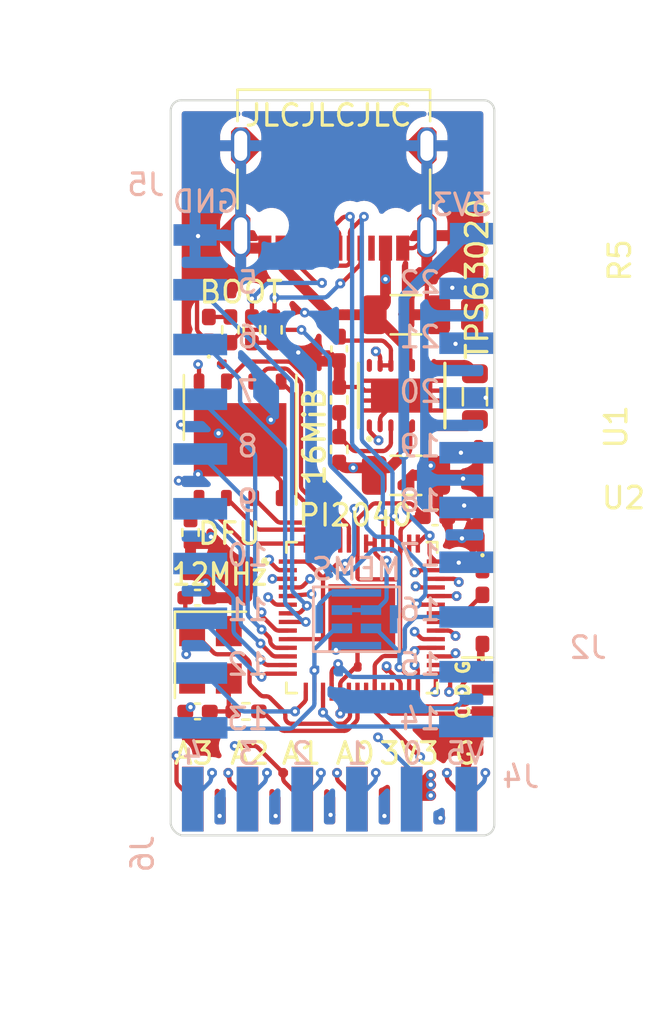
<source format=kicad_pcb>
(kicad_pcb (version 20211014) (generator pcbnew)
  (layers (0 "F.Cu" power) (1 "In1.Cu" power) (2 "In2.Cu" power) (31 "B.Cu" power) (34 "B.Paste" user) (35 "F.Paste" user) (36 "B.SilkS" user "B.Silkscreen") (37 "F.SilkS" user "F.Silkscreen") (38 "B.Mask" user) (39 "F.Mask" user) (44 "Edge.Cuts" user))
  (net 0 "")
  (net 1 "+3V3")
  (net 2 "GND")
  (net 3 "+5V")
  (net 4 "XIN")
  (net 6 "XOUT")
  (net 7 "Net-(D1-Pad2)")
  (net 9 "Net-(J1-PadA5)")
  (net 10 "D+")
  (net 11 "D-")
  (net 12 "Net-(J1-PadB5)")
  (net 13 "IO0")
  (net 14 "IO1")
  (net 15 "IO2")
  (net 16 "IO3")
  (net 17 "IO4")
  (net 18 "IO15")
  (net 19 "IO16")
  (net 20 "IO17")
  (net 21 "IO18")
  (net 22 "IO19")
  (net 23 "IO20")
  (net 24 "IO21")
  (net 25 "IO22")
  (net 26 "IO26_ADC0")
  (net 27 "IO27_ADC1")
  (net 28 "IO28_ADC2")
  (net 29 "IO29_ADC3")
  (net 30 "IO5")
  (net 31 "IO6")
  (net 32 "IO7")
  (net 33 "IO8")
  (net 34 "IO9")
  (net 35 "IO10")
  (net 36 "IO11")
  (net 37 "IO12")
  (net 38 "IO13")
  (net 39 "IO14")
  (net 40 "Net-(L1-Pad1)")
  (net 41 "Net-(L1-Pad2)")
  (net 42 "QSPI_SS")
  (net 43 "QSPI_SD1")
  (net 44 "QSPI_SD2")
  (net 45 "QSPI_SD0")
  (net 46 "QSPI_SCLK")
  (net 47 "QSPI_SD3")
  (net 48 "SWCLK")
  (net 49 "SWD")
  (net 52 "Net-(D2-Pad2)")
  (net 53 "Net-(D3-Pad2)")
  (net 54 "+1V1")
  (net 55 "Net-(C5-Pad1)")
  (net 56 "Net-(R1-Pad1)")
  (net 57 "Net-(R5-Pad1)")
  (net 59 "Net-(C6-Pad1)")
  (footprint "Inductor_SMD:L_0805_2012Metric" (layer "F.Cu") (at 26.1 25.75 -90)
    (fp_text reference "L1" hide)
    (fp_text value "1.5uH")
  )
  (footprint "LED_SMD:LED_0402_1005Metric_Pad0.77x0.64mm_HandSolder" (layer "F.Cu") (at 26.45 34.37 -90)
    (fp_text reference "D3" hide)
    (fp_text value "LED")
  )
  (footprint "Capacitor_SMD:C_0402_1005Metric_Pad0.74x0.62mm_HandSolder" (layer "F.Cu") (at 19.8 23.5325 -90)
    (fp_text reference "C5" hide)
    (fp_text value "100nF")
  )
  (footprint "Resistor_SMD:R_0402_1005Metric_Pad0.72x0.64mm_HandSolder" (layer "F.Cu") (at 16.75 22.65 -90)
    (fp_text reference "R6" hide)
    (fp_text value "5.1K")
  )
  (footprint "Capacitor_SMD:C_1206_3216Metric" (layer "F.Cu") (at 22.9 29.4)
    (fp_text reference "C4" hide)
    (fp_text value "100uF")
  )
  (footprint "Resistor_SMD:R_0402_1005Metric_Pad0.72x0.64mm_HandSolder" (layer "F.Cu") (at 15.475 40.35)
    (fp_text reference "R7" hide)
    (fp_text value "1k")
  )
  (footprint "lib:PinHeader_1x06_P2.54mm_Vertical_SMD" (layer "F.Cu") (at 19.36 44.3365 -90)
    (fp_text reference "J3" hide)
    (fp_text value "Conn_01x06_Male")
  )
  (footprint "Package_SON:WSON-8-1EP_6x5mm_P1.27mm_EP3.4x4.3mm" (layer "F.Cu") (at 15.2 27.75 90)
    (fp_text reference "U3" hide)
    (fp_text value "W25Q32JVZP")
  )
  (footprint "Capacitor_SMD:C_1206_3216Metric" (layer "F.Cu") (at 22.9 21.95)
    (fp_text reference "C3" hide)
    (fp_text value "100uF")
  )
  (footprint "Connector_USB:USB_C_Receptacle_Palconn_UTC16-G" (layer "F.Cu") (at 19.55 16.35 180)
    (fp_text reference "J1" hide)
    (fp_text value "USB_C_Receptacle_USB2.0")
  )
  (footprint "Resistor_SMD:R_0402_1005Metric_Pad0.72x0.64mm_HandSolder" (layer "F.Cu") (at 19.8 25.9 90)
    (fp_text reference "R1" hide)
    (fp_text value "180k")
  )
  (footprint "Resistor_SMD:R_0402_1005Metric_Pad0.72x0.64mm_HandSolder" (layer "F.Cu") (at 14.75 22.65 90)
    (fp_text reference "R5")
    (fp_text value "R_Small")
  )
  (footprint "Resistor_SMD:R_0402_1005Metric" (layer "F.Cu") (at 12.9 32.05 90)
    (fp_text reference "R4" hide)
    (fp_text value "NC")
  )
  (footprint "Resistor_SMD:R_0402_1005Metric_Pad0.72x0.64mm_HandSolder" (layer "F.Cu") (at 15.75 22.65 -90)
    (fp_text reference "R3" hide)
    (fp_text value "5.1K")
  )
  (footprint "Capacitor_SMD:C_0402_1005Metric_Pad0.74x0.62mm_HandSolder" (layer "F.Cu") (at 13.225 35.075)
    (fp_text reference "C2" hide)
    (fp_text value "7pf")
  )
  (footprint "LED_SMD:LED_0402_1005Metric_Pad0.77x0.64mm_HandSolder" (layer "F.Cu") (at 13.75 22.6275 90)
    (fp_text reference "D1" hide)
    (fp_text value "LED")
  )
  (footprint "Capacitor_SMD:C_0402_1005Metric_Pad0.74x0.62mm_HandSolder" (layer "F.Cu") (at 24.25 31.35)
    (fp_text reference "C1" hide)
    (fp_text value "100nF")
  )
  (footprint "LED_SMD:LED_0402_1005Metric_Pad0.77x0.64mm_HandSolder" (layer "F.Cu") (at 26.45 36.65 90)
    (fp_text reference "D2" hide)
    (fp_text value "LED")
  )
  (footprint "Crystal:Crystal_SMD_3225-4Pin_3.2x2.5mm" (layer "F.Cu") (at 13.825 37.725 -90)
    (fp_text reference "Y1" hide)
    (fp_text value "Crystal_GND24_Small")
  )
  (footprint "lib:QFN14-3X4MM" (layer "F.Cu") (at 22.7 25.7 90)
    (fp_text reference "U1")
    (fp_text value "TPS63020")
  )
  (footprint "Resistor_SMD:R_0402_1005Metric_Pad0.72x0.64mm_HandSolder" (layer "F.Cu") (at 19.8 28.2 90)
    (fp_text reference "R2" hide)
    (fp_text value "1M")
  )
  (footprint "lib:QFN40P700X700X90-57N" (layer "F.Cu") (at 20.85 36)
    (fp_text reference "U2")
    (fp_text value "RP2040")
  )
  (footprint "lib:PinHeader_1x03_P1.00mm_Vertical_SMD" (layer "F.Cu") (at 28.1 40.36)
    (fp_text reference "J2")
    (fp_text value "Conn_01x03_Male")
  )
  (footprint "Capacitor_SMD:C_0402_1005Metric_Pad0.74x0.62mm_HandSolder" (layer "F.Cu") (at 13.225 40.35 180)
    (fp_text reference "C6" hide)
    (fp_text value "7pf")
  )
  (footprint "lib:PinHeader_1x06_P2.54mm_Vertical_SMD" (layer "B.Cu") (at 19.35 44.35 -90)
    (fp_text reference "J6")
    (fp_text value "Conn_01x06_Male")
  )
  (footprint "lib:PinHeader_1x10_P2.54mm_Vertical_SMD" (layer "B.Cu") (at 10.825 29.68 180)
    (fp_text reference "J5")
    (fp_text value "Conn_01x10_Male")
  )
  (footprint "lib:PinHeader_1x10_R_P2.54mm_Vertical_SMD" (layer "B.Cu") (at 28.225 29.62)
    (fp_text reference "J4")
    (fp_text value "Conn_01x10_Male")
  )
  (footprint "lib:MIC_SPK0838HT4H-B" (layer "B.Cu") (at 20.6 36.075 90)
    (fp_text reference "MK1" hide)
    (fp_text value "SPK0838HT4H-B")
  )
  (gr_arc (start 11.980822 12.469987) (mid 12.133834 12.132408) (end 12.480013 12) (layer "Edge.Cuts") (width 0.1))
  (gr_line (start 11.980822 12.469987) (end 11.980822 45.569987) (layer "Edge.Cuts") (width 0.1))
  (gr_line (start 12.480013 12) (end 26.530013 12) (layer "Edge.Cuts") (width 0.1))
  (gr_line (start 27 12.5) (end 27 45.6) (layer "Edge.Cuts") (width 0.1))
  (gr_line (start 12.482639 46.1) (end 26.532639 46.1) (layer "Edge.Cuts") (width 0.1))
  (gr_arc (start 12.482639 46.1) (mid 12.158489 45.904339) (end 11.980822 45.569987) (layer "Edge.Cuts") (width 0.1))
  (gr_arc (start 26.530013 12) (mid 26.867876 12.153305) (end 27 12.5) (layer "Edge.Cuts") (width 0.1))
  (gr_arc (start 27 45.6) (mid 26.864143 45.941438) (end 26.532639 46.1) (layer "Edge.Cuts") (width 0.1))
  (gr_text "20" (at 23.55 25.5125) (layer "B.SilkS") (effects (font (size 1 1)) (justify mirror)))
  (gr_text "14" (at 23.55 40.7) (layer "B.SilkS") (effects (font (size 1 1)) (justify mirror)))
  (gr_text "2" (at 18.075 42.3) (layer "B.SilkS") (effects (font (size 1 1)) (justify mirror)))
  (gr_text "GND" (at 13.6 16.7) (layer "B.SilkS") (effects (font (size 1 1)) (justify mirror)))
  (gr_text "21" (at 23.55 22.98125) (layer "B.SilkS") (effects (font (size 1 1)) (justify mirror)))
  (gr_text "4" (at 13 42.3) (layer "B.SilkS") (effects (font (size 1 1)) (justify mirror)))
  (gr_text "11" (at 15.55 35.6375) (layer "B.SilkS") (effects (font (size 1 1)) (justify mirror)))
  (gr_text "17" (at 23.55 33.10625) (layer "B.SilkS") (effects (font (size 1 1)) (justify mirror)))
  (gr_text "9" (at 15.55 30.575) (layer "B.SilkS") (effects (font (size 1 1)) (justify mirror)))
  (gr_text "22" (at 23.55 20.45) (layer "B.SilkS") (effects (font (size 1 1)) (justify mirror)))
  (gr_text "6" (at 15.55 22.98125) (layer "B.SilkS") (effects (font (size 1 1)) (justify mirror)))
  (gr_text "3V3" (at 25.5 16.85) (layer "B.SilkS") (effects (font (size 1 1)) (justify mirror)))
  (gr_text "0" (at 23.2 42.3) (layer "B.SilkS") (effects (font (size 1 1)) (justify mirror)))
  (gr_text "5" (at 15.55 20.45) (layer "B.SilkS") (effects (font (size 1 1)) (justify mirror)))
  (gr_text "3" (at 15.575 42.3) (layer "B.SilkS") (effects (font (size 1 1)) (justify mirror)))
  (gr_text "1" (at 20.65 42.3) (layer "B.SilkS") (effects (font (size 1 1)) (justify mirror)))
  (gr_text "8" (at 15.55 28.04375) (layer "B.SilkS") (effects (font (size 1 1)) (justify mirror)))
  (gr_text "16" (at 23.55 35.6375) (layer "B.SilkS") (effects (font (size 1 1)) (justify mirror)))
  (gr_text "10" (at 15.55 33.10625) (layer "B.SilkS") (effects (font (size 1 1)) (justify mirror)))
  (gr_text "V5" (at 25.65 42.3) (layer "B.SilkS") (effects (font (size 1 1)) (justify mirror)))
  (gr_text "7" (at 15.55 25.5125) (layer "B.SilkS") (effects (font (size 1 1)) (justify mirror)))
  (gr_text "MEMS" (at 20.6 33.75) (layer "B.SilkS") (effects (font (size 1 1)) (justify mirror)))
  (gr_text "12" (at 15.55 38.16875) (layer "B.SilkS") (effects (font (size 1 1)) (justify mirror)))
  (gr_text "19" (at 23.55 28.04375) (layer "B.SilkS") (effects (font (size 1 1)) (justify mirror)))
  (gr_text "13" (at 15.55 40.7) (layer "B.SilkS") (effects (font (size 1 1)) (justify mirror)))
  (gr_text "15" (at 23.55 38.16875) (layer "B.SilkS") (effects (font (size 1 1)) (justify mirror)))
  (gr_text "18" (at 23.55 30.575) (layer "B.SilkS") (effects (font (size 1 1)) (justify mirror)))
  (gr_text "BOOT" (at 15.25 20.9) (layer "F.SilkS") (effects (font (size 1 1))))
  (gr_text "12MHz" (at 14.25 34) (layer "F.SilkS") (effects (font (size 1 0.9))))
  (gr_text "G" (at 25.65 42.3) (layer "F.SilkS") (effects (font (size 1 1))))
  (gr_text "16MiB" (at 18.65 27.6 90) (layer "F.SilkS") (effects (font (size 1 1) (thickness 0.16))))
  (gr_text "DFU" (at 14.7 32.1) (layer "F.SilkS") (effects (font (size 1 1))))
  (gr_text "A2" (at 15.65 42.3) (layer "F.SilkS") (effects (font (size 1 1))))
  (gr_text "C D G" (at 25.55 39.35 90) (layer "F.SilkS") (effects (font (size 0.6 0.59) (thickness 0.1475))))
  (gr_text "A3" (at 13.05 42.3) (layer "F.SilkS") (effects (font (size 1 1))))
  (gr_text "A1" (at 18.05 42.3) (layer "F.SilkS") (effects (font (size 1 1))))
  (gr_text "3V3" (at 23.05 42.3) (layer "F.SilkS") (effects (font (size 1 1))))
  (gr_text "TPS63020" (at 26.2 20.3 90) (layer "F.SilkS") (effects (font (size 1 1))))
  (gr_text "JLCJLCJLC" (at 19.3 12.7) (layer "F.SilkS") (effects (font (size 1 1))))
  (gr_text "A0" (at 20.55 42.3) (layer "F.SilkS") (effects (font (size 1 1))))
  (gr_text "PI2040" (at 20.55 31.25) (layer "F.SilkS") (effects (font (size 1 1))))
  (segment (start 23.444197 44.25) (end 24.05 44.25) (width 0.5) (layer "F.Cu") (net 1))
  (segment (start 23.249688 44.100311) (end 24.05 43.3) (width 0.5) (layer "F.Cu") (net 1))
  (segment (start 22.9 27.1) (end 23 27.1) (width 0.2) (layer "F.Cu") (net 1))
  (segment (start 13.295 24.326819) (end 13.295 25.05) (width 0.2) (layer "F.Cu") (net 1))
  (segment (start 23.3 36.65) (end 23.570311 36.920311) (width 0.2) (layer "F.Cu") (net 1))
  (segment (start 23.45 32.565) (end 23.05 32.565) (width 0.2) (layer "F.Cu") (net 1))
  (segment (start 23.251811 44.329688) (end 23.21142 44.370078) (width 0.5) (layer "F.Cu") (net 1))
  (segment (start 23.762697 37) (end 24.285 37) (width 0.2) (layer "F.Cu") (net 1))
  (segment (start 22.870311 28.329688) (end 22.229688 28.970311) (width 0.5) (layer "F.Cu") (net 1))
  (segment (start 22.65 39.101922) (end 22.65 39.435) (width 0.2) (layer "F.Cu") (net 1))
  (segment (start 18.368913 33.479688) (end 18.97929 34.090065) (width 0.2) (layer "F.Cu") (net 1))
  (segment (start 21.129688 40.029688) (end 23.5625 42.4625) (width 0.2) (layer "F.Cu") (net 1))
  (segment (start 22.825 27.1) (end 22.775 27.1) (width 0.2) (layer "F.Cu") (net 1))
  (segment (start 23.17 44.330505) (end 23.17 44.292697) (width 0.5) (layer "F.Cu") (net 1))
  (segment (start 24 32.2) (end 23.9075 32.2) (width 0.2) (layer "F.Cu") (net 1))
  (segment (start 17.415 37) (end 18.950001 37) (width 0.2) (layer "F.Cu") (net 1))
  (segment (start 21.05 39.837302) (end 21.05 39.435) (width 0.2) (layer "F.Cu") (net 1))
  (segment (start 21.350001 32.565) (end 21.05 32.565) (width 0.2) (layer "F.Cu") (net 1))
  (segment (start 22.725 27.1) (end 22.7 27.1) (width 0.2) (layer "F.Cu") (net 1))
  (segment (start 19.05 34.160773) (end 19.125739 34.085034) (width 0.2) (layer "F.Cu") (net 1))
  (segment (start 22.95 28.137302) (end 22.95 27.15) (width 0.5) (layer "F.Cu") (net 1))
  (segment (start 19.972811 28.970311) (end 19.8 28.7975) (width 0.5) (layer "F.Cu") (net 1))
  (segment (start 21.736989 33.2813) (end 21.529688 33.073999) (width 0.2) (layer "F.Cu") (net 1))
  (segment (start 22 38.25) (end 22.012 38.312) (width 0.2) (layer "F.Cu") (net 1))
  (segment (start 20.075 33.5) (end 19.823472 33.5) (width 0.2) (layer "F.Cu") (net 1))
  (segment (start 21.902844 33.35) (end 22 33.35) (width 0.2) (layer "F.Cu") (net 1))
  (segment (start 23 27.1) (end 23.2 27.1) (width 0.2) (layer "F.Cu") (net 1))
  (segment (start 18.176527 33.4) (end 17.415 33.4) (width 0.2) (layer "F.Cu") (net 1))
  (segment (start 19.631086 33.579688) (end 19.125739 34.085034) (width 0.2) (layer "F.Cu") (net 1))
  (segment (start 19.05 36.900001) (end 19.05 34.160773) (width 0.2) (layer "F.Cu") (net 1))
  (segment (start 22 38.25) (end 22 38.294612) (width 0.2) (layer "F.Cu") (net 1))
  (segment (start 23.754248 43.827251) (end 23.227271 44.354227) (width 0.5) (layer "F.Cu") (net 1))
  (segment (start 24.05 43.75) (end 23.94075 43.75) (width 0.5) (layer "F.Cu") (net 1))
  (segment (start 13.25 24.25) (end 13.2725 24.2725) (width 0.2) (layer "F.Cu") (net 1))
  (segment (start 22.570311 38.909536) (end 22.031545 38.37077) (width 0.2) (layer "F.Cu") (net 1))
  (segment (start 21.45 32.664998) (end 21.45 32.881613) (width 0.2) (layer "F.Cu") (net 1))
  (segment (start 22.875 27.1) (end 22.825 27.1) (width 0.2) (layer "F.Cu") (net 1))
  (segment (start 22.775 27.1) (end 22.725 27.1) (width 0.2) (layer "F.Cu") (net 1))
  (segment (start 24.079688 33.194688) (end 24.285 33.4) (width 0.2) (layer "F.Cu") (net 1))
  (segment (start 20.165197 29.05) (end 20.45 29.05) (width 0.5) (layer "F.Cu") (net 1))
  (segment (start 23.45 32.565) (end 23.749592 32.265407) (width 0.2) (layer "F.Cu") (net 1))
  (segment (start 22.9 27.1) (end 22.875 27.1) (width 0.2) (layer "F.Cu") (net 1))
  (segment (start 24 33.002302) (end 24 32.2) (width 0.2) (layer "F.Cu") (net 1))
  (segment (start 22.037302 29.05) (end 20.45 29.05) (width 0.5) (layer "F.Cu") (net 1))
  (via (at 24.05 44.25) (size 0.45) (drill 0.2) (layers "F.Cu" "B.Cu") (net 1))
  (via (at 22 38.25) (size 0.45) (drill 0.2) (layers "F.Cu" "B.Cu") (net 1))
  (via (at 24.05 43.3) (size 0.45) (drill 0.2) (layers "F.Cu" "B.Cu") (net 1))
  (via (at 24.05 43.75) (size 0.45) (drill 0.2) (layers "F.Cu" "B.Cu") (net 1))
  (via (at 22 33.35) (size 0.45) (drill 0.2) (layers "F.Cu" "B.Cu") (net 1))
  (via (at 23.3 36.65) (size 0.45) (drill 0.2) (layers "F.Cu" "B.Cu") (net 1))
  (via (at 24 32.2) (size 0.45) (drill 0.2) (layers "F.Cu" "B.Cu") (net 1))
  (via (at 20.075 33.5) (size 0.45) (drill 0.2) (layers "F.Cu" "B.Cu") (net 1))
  (via (at 23.5625 42.4625) (size 0.45) (drill 0.2) (layers "F.Cu" "B.Cu") (net 1))
  (via (at 20.5 30.95) (size 0.45) (drill 0.2) (layers "F.Cu" "B.Cu") (net 1))
  (via (at 13.25 24.25) (size 0.45) (drill 0.2) (layers "F.Cu" "B.Cu") (net 1))
  (via (at 22.8 28.45) (size 0.45) (drill 0.2) (layers "F.Cu" "B.Cu") (net 1))
  (via (at 20.45 29.05) (size 0.45) (drill 0.2) (layers "F.Cu" "B.Cu") (net 1))
  (arc (start 21.736989 33.2813) (mid 21.813084 33.332145) (end 21.902844 33.35) (width 0.2) (layer "F.Cu") (net 1))
  (arc (start 23.762697 37) (mid 23.658578 36.979289) (end 23.570311 36.920311) (width 0.2) (layer "F.Cu") (net 1))
  (arc (start 20.165197 29.05) (mid 20.061078 29.029289) (end 19.972811 28.970311) (width 0.5) (layer "F.Cu") (net 1))
  (arc (start 22.870311 28.329688) (mid 22.929289 28.24142) (end 22.95 28.137302) (width 0.5) (layer "F.Cu") (net 1))
  (arc (start 23.749592 32.265407) (mid 23.82204 32.216998) (end 23.9075 32.2) (width 0.2) (layer "F.Cu") (net 1))
  (arc (start 19.125739 34.085034) (mid 19.051472 34.11788) (end 18.97929 34.090065) (width 0.2) (layer "F.Cu") (net 1))
  (arc (start 23.444197 44.25) (mid 23.340078 44.27071) (end 23.251811 44.329688) (width 0.5) (layer "F.Cu") (net 1))
  (arc (start 22.031545 38.37077) (mid 22.008198 38.335828) (end 22 38.294612) (width 0.2) (layer "F.Cu") (net 1))
  (arc (start 18.368913 33.479688) (mid 18.280645 33.42071) (end 18.176527 33.4) (width 0.2) (layer "F.Cu") (net 1))
  (arc (start 18.950001 37) (mid 19.02071 36.97071) (end 19.05 36.900001) (width 0.2) (layer "F.Cu") (net 1))
  (arc (start 22.037302 29.05) (mid 22.14142 29.029289) (end 22.229688 28.970311) (width 0.5) (layer "F.Cu") (net 1))
  (arc (start 23.21142 44.370078) (mid 23.219345 44.362152) (end 23.227271 44.354227) (width 0.5) (layer "F.Cu") (net 1))
  (arc (start 24 33.002302) (mid 24.02071 33.10642) (end 24.079688 33.194688) (width 0.2) (layer "F.Cu") (net 1))
  (arc (start 23.17 44.330505) (mid 23.184978 44.367232) (end 23.21142 44.370078) (width 0.5) (layer "F.Cu") (net 1))
  (arc (start 22.570311 38.909536) (mid 22.629289 38.997803) (end 22.65 39.101922) (width 0.2) (layer "F.Cu") (net 1))
  (arc (start 22.9 27.1) (mid 22.935355 27.114644) (end 22.95 27.15) (width 0.5) (layer "F.Cu") (net 1))
  (arc (start 21.45 32.881613) (mid 21.47071 32.985731) (end 21.529688 33.073999) (width 0.2) (layer "F.Cu") (net 1))
  (arc (start 21.350001 32.565) (mid 21.42071 32.594288) (end 21.45 32.664998) (width 0.2) (layer "F.Cu") (net 1))
  (arc (start 13.295 24.326819) (mid 13.289152 24.297421) (end 13.2725 24.2725) (width 0.2) (layer "F.Cu") (net 1))
  (arc (start 23.249688 44.100311) (mid 23.19071 44.188578) (end 23.17 44.292697) (width 0.5) (layer "F.Cu") (net 1))
  (arc (start 23 27.1) (mid 22.964644 27.114644) (end 22.95 27.15) (width 0.2) (layer "F.Cu") (net 1))
  (arc (start 19.823472 33.5) (mid 19.719353 33.52071) (end 19.631086 33.579688) (width 0.2) (layer "F.Cu") (net 1))
  (arc (start 23.94075 43.75) (mid 23.839816 43.770076) (end 23.754248 43.827251) (width 0.5) (layer "F.Cu") (net 1))
  (arc (start 21.05 39.837302) (mid 21.07071 39.94142) (end 21.129688 40.029688) (width 0.2) (layer "F.Cu") (net 1))
  (arc (start 23.17 44.330505) (mid 23.19071 44.3615) (end 23.227271 44.354227) (width 0.5) (layer "F.Cu") (net 1))
  (segment (start 20.075 33.5) (end 20.423385 33.151614) (width 0.2) (layer "B.Cu") (net 1))
  (segment (start 21.372 35.65) (end 21.274 35.65) (width 0.2) (layer "B.Cu") (net 1))
  (segment (start 21.225 35.65) (end 21.274 35.65) (width 0.2) (layer "B.Cu") (net 1))
  (segment (start 21.029 35.65) (end 19.875 35.65) (width 0.2) (layer "B.Cu") (net 1))
  (segment (start 21.412302 35.65) (end 21.275 35.65) (width 0.2) (layer "B.Cu") (net 1))
  (segment (start 21.920311 35.254688) (end 21.604688 35.570311) (width 0.2) (layer "B.Cu") (net 1))
  (segment (start 25.664228 18.261771) (end 22.879688 21.046311) (width 0.5) (layer "B.Cu") (net 1))
  (segment (start 20.5 32.641604) (end 20.5 32.858302) (width 0.2) (layer "B.Cu") (net 1))
  (segment (start 20.5 32.966651) (end 20.5 32.858302) (width 0.2) (layer "B.Cu") (net 1))
  (segment (start 22.8 30.887302) (end 22.8 28.45) (width 0.2) (layer "B.Cu") (net 1))
  (segment (start 22 35.062302) (end 22 33.35) (width 0.2) (layer "B.Cu") (net 1))
  (segment (start 21.225 35.65) (end 21.029 35.65) (width 0.2) (layer "B.Cu") (net 1))
  (segment (start 22.879688 31.079688) (end 24 32.2) (width 0.2) (layer "B.Cu") (net 1))
  (segment (start 21.372 35.65) (end 21.421 35.65) (width 0.2) (layer "B.Cu") (net 1))
  (segment (start 25.8375 18.19) (end 25.939 18.19) (width 0.5) (layer "B.Cu") (net 1))
  (segment (start 22.8 28.45) (end 22.8 21.238697) (width 0.5) (layer "B.Cu") (net 1))
  (segment (start 20.5 30.95) (end 20.5 32.641604) (width 0.2) (layer "B.Cu") (net 1))
  (arc (start 20.5 32.966651) (mid 20.480088 33.066752) (end 20.423385 33.151614) (width 0.2) (layer "B.Cu") (net 1))
  (arc (start 21.920311 35.254688) (mid 21.979289 35.16642) (end 22 35.062302) (width 0.2) (layer "B.Cu") (net 1))
  (arc (start 22.879688 21.046311) (mid 22.82071 21.134578) (end 22.8 21.238697) (width 0.5) (layer "B.Cu") (net 1))
  (arc (start 22.8 30.887302) (mid 22.82071 30.99142) (end 22.879688 31.079688) (width 0.2) (layer "B.Cu") (net 1))
  (arc (start 25.8375 18.19) (mid 25.743726 18.208652) (end 25.664228 18.261771) (width 0.5) (layer "B.Cu") (net 1))
  (arc (start 21.412302 35.65) (mid 21.51642 35.629289) (end 21.604688 35.570311) (width 0.2) (layer "B.Cu") (net 1))
  (segment (start 23.949688 21.524688) (end 24.375 21.95) (width 0.2) (layer "F.Cu") (net 2))
  (segment (start 20.707302 25.3025) (end 19.8 25.3025) (width 0.2) (layer "F.Cu") (net 2))
  (segment (start 23.177302 18.86) (end 22.75 18.86) (width 0.2) (layer "F.Cu") (net 2))
  (segment (start 26.350001 38.36) (end 26.348 38.36) (width 0.2) (layer "F.Cu") (net 2))
  (segment (start 25.55 29.55) (end 25.475 29.475) (width 0.5) (layer "F.Cu") (net 2))
  (segment (start 19.479688 23.779688) (end 19.8 24.1) (width 0.2) (layer "F.Cu") (net 2))
  (segment (start 20.899688 25.382188) (end 20.9875 25.47) (width 0.2) (layer "F.Cu") (net 2))
  (segment (start 19.85 39.786468) (end 19.85 40.45) (width 0.2) (layer "F.Cu") (net 2))
  (segment (start 25.5 39.218697) (end 25.5 39.45) (width 0.2) (layer "F.Cu") (net 2))
  (segment (start 24.879688 43.618188) (end 25.673 44.4115) (width 0.2) (layer "F.Cu") (net 2))
  (segment (start 20.65 36.312697) (end 20.65 38.087302) (width 0.2) (layer "F.Cu") (net 2))
  (segment (start 19.85 39.163983) (end 19.85 39.112697) (width 0.2) (layer "F.Cu") (net 2))
  (segment (start 13.25 18.3) (end 15.21 18.3) (width 0.2) (layer "F.Cu") (net 2))
  (segment (start 19.85 39.427708) (end 19.85 39.442291) (width 0.2) (layer "F.Cu") (net 2))
  (segment (start 19.287302 23.7) (end 17.9 23.7) (width 0.2) (layer "F.Cu") (net 2))
  (segment (start 17.105 29.767697) (end 17.105 30.45) (width 0.2) (layer "F.Cu") (net 2))
  (segment (start 23.87 18.28) (end 23.369688 18.780311) (width 0.2) (layer "F.Cu") (net 2))
  (segment (start 26.45 38.260001) (end 26.45 37.2225) (width 0.2) (layer "F.Cu") (net 2))
  (segment (start 15.922697 18.86) (end 16.35 18.86) (width 0.2) (layer "F.Cu") (net 2))
  (segment (start 15.23 14.11) (end 23.87 14.11) (width 0.2) (layer "F.Cu") (net 2))
  (segment (start 24.454688 30.987188) (end 24.8175 31.35) (width 0.5) (layer "F.Cu") (net 2))
  (segment (start 13.712811 34.512811) (end 13.6 34.4) (width 0.2) (layer "F.Cu") (net 2))
  (segment (start 19.85 39.442291) (end 19.85 39.552156) (width 0.2) (layer "F.Cu") (net 2))
  (segment (start 17.9 23.7) (end 17.527188 23.327188) (width 0.2) (layer "F.Cu") (net 2))
  (segment (start 19.85 39.413125) (end 19.85 39.427708) (width 0.2) (layer "F.Cu") (net 2))
  (segment (start 23.87 18.28) (end 23.87 14.11) (width 0.2) (layer "F.Cu") (net 2))
  (segment (start 24.8 43.425802) (end 24.8 43.2) (width 0.2) (layer "F.Cu") (net 2))
  (segment (start 21.7 26.812697) (end 21.7 27.1) (width 0.2) (layer "F.Cu") (net 2))
  (segment (start 19.85 39.163983) (end 19.85 39.266556) (width 0.2) (layer "F.Cu") (net 2))
  (segment (start 13.7925 34.705197) (end 13.7925 35.075) (width 0.2) (layer "F.Cu") (net 2))
  (segment (start 23.87 18.28) (end 23.87 21.332302) (width 0.2) (layer "F.Cu") (net 2))
  (segment (start 15.730311 18.780311) (end 15.23 18.28) (width 0.2) (layer "F.Cu") (net 2))
  (segment (start 13.203 18.380234) (end 13.203 22.582802) (width 0.2) (layer "F.Cu") (net 2))
  (segment (start 24.375 29.4) (end 25.293933 29.4) (width 0.5) (layer "F.Cu") (net 2))
  (segment (start 19.85 39.266556) (end 19.85 39.413125) (width 0.2) (layer "F.Cu") (net 2))
  (segment (start 13.2265 18.3235) (end 13.25 18.3) (width 0.2) (layer "F.Cu") (net 2))
  (segment (start 20.570311 38.279688) (end 19.929688 38.920311) (width 0.2) (layer "F.Cu") (net 2))
  (segment (start 16.75 23.2475) (end 17.334802 23.2475) (width 0.2) (layer "F.Cu") (net 2))
  (segment (start 19.85 39.552156) (end 19.85 39.786468) (width 0.2) (layer "F.Cu") (net 2))
  (segment (start 25.831688 31.481688) (end 26.370311 32.020311) (width 0.2) (layer "F.Cu") (net 2))
  (segment (start 17.025311 29.575311) (end 15.2 27.75) (width 0.2) (layer "F.Cu") (net 2))
  (segment (start 15.23 14.11) (end 15.23 18.28) (width 0.2) (layer "F.Cu") (net 2))
  (segment (start 21.779688 26.620311) (end 22.7 25.7) (width 0.2) (layer "F.Cu") (net 2))
  (segment (start 20.729688 36.120311) (end 20.85 36) (width 0.2) (layer "F.Cu") (net 2))
  (segment (start 19.8 25.3025) (end 19.8 24.1) (width 0.2) (layer "F.Cu") (net 2))
  (segment (start 24.375 30.794802) (end 24.375 29.4) (width 0.5) (layer "F.Cu") (net 2))
  (segment (start 13.282688 22.775188) (end 13.75 23.2425) (width 0.2) (layer "F.Cu") (net 2))
  (segment (start 26.173875 38.432124) (end 25.579688 39.026311) (width 0.2) (layer "F.Cu") (net 2))
  (segment (start 25.639302 31.402) (end 24.8695 31.402) (width 0.2) (layer "F.Cu") (net 2))
  (segment (start 16.75 23.2475) (end 15.75 23.2475) (width 0.2) (layer "F.Cu") (net 2))
  (segment (start 26.45 32.212697) (end 26.45 33.7975) (width 0.2) (layer "F.Cu") (net 2))
  (via (at 24.05 28.95) (size 0.45) (drill 0.2) (layers "F.Cu" "B.Cu") (net 2))
  (via (at 12.9 40.15) (size 0.45) (drill 0.2) (layers "F.Cu" "B.Cu") (net 2))
  (via (at 25.5 39.45) (size 0.45) (drill 0.2) (layers "F.Cu" "B.Cu") (net 2))
  (via (at 25.498354 32.324093) (size 0.45) (drill 0.2) (layers "F.Cu" "B.Cu") (net 2))
  (via (at 16.85 45.2) (size 0.45) (drill 0.2) (layers "F.Cu" "B.Cu") (net 2))
  (via (at 12.7 37.7) (size 0.45) (drill 0.2) (layers "F.Cu" "B.Cu") (net 2))
  (via (at 13.85 32.25) (size 0.45) (drill 0.2) (layers "F.Cu" "B.Cu") (net 2))
  (via (at 12.45 27.05) (size 0.45) (drill 0.2) (layers "F.Cu" "B.Cu") (net 2))
  (via (at 17.9 23.7) (size 0.45) (drill 0.2) (layers "F.Cu" "B.Cu") (net 2))
  (via (at 25.55 29.55) (size 0.45) (drill 0.2) (layers "F.Cu" "B.Cu") (net 2))
  (via (at 13.25 18.3) (size 0.45) (drill 0.2) (layers "F.Cu" "B.Cu") (net 2))
  (via (at 12.35 29.65) (size 0.45) (drill 0.2) (layers "F.Cu" "B.Cu") (net 2))
  (via (at 13.25 29.35) (size 0.45) (drill 0.2) (layers "F.Cu" "B.Cu") (net 2))
  (via (at 21.9 45.2) (size 0.45) (drill 0.2) (layers "F.Cu" "B.Cu") (net 2))
  (via (at 24.8 43.2) (size 0.45) (drill 0.2) (layers "F.Cu" "B.Cu") (net 2))
  (via (at 16.628383 26.823858) (size 0.45) (drill 0.2) (layers "F.Cu" "B.Cu") (net 2))
  (via (at 19.65 37.5) (size 0.45) (drill 0.2) (layers "F.Cu" "B.Cu") (net 2))
  (via (at 14.2 27.45) (size 0.45) (drill 0.2) (layers "F.Cu" "B.Cu") (net 2))
  (via (at 13.6 34.4) (size 0.45) (drill 0.2) (layers "F.Cu" "B.Cu") (net 2))
  (via (at 24.5 45.3) (size 0.45) (drill 0.2) (layers "F.Cu" "B.Cu") (net 2))
  (via (at 18.2 21.85) (size 0.45) (drill 0.2) (layers "F.Cu" "B.Cu") (net 2))
  (via (at 19.85 40.45) (size 0.45) (drill 0.2) (layers "F.Cu" "B.Cu") (net 2))
  (via (at 14.25 45.2) (size 0.45) (drill 0.2) (layers "F.Cu" "B.Cu") (net 2))
  (via (at 19.4 45.15) (size 0.45) (drill 0.2) (layers "F.Cu" "B.Cu") (net 2))
  (arc (start 20.707302 25.3025) (mid 20.81142 25.32321) (end 20.899688 25.382188) (width 0.2) (layer "F.Cu") (net 2))
  (arc (start 25.5 39.218697) (mid 25.52071 39.114578) (end 25.579688 39.026311) (width 0.2) (layer "F.Cu") (net 2))
  (arc (start 23.949688 21.524688) (mid 23.89071 21.43642) (end 23.87 21.332302) (width 0.2) (layer "F.Cu") (net 2))
  (arc (start 25.639302 31.402) (mid 25.74342 31.42271) (end 25.831688 31.481688) (width 0.2) (layer "F.Cu") (net 2))
  (arc (start 13.203 18.380234) (mid 13.209107 18.349529) (end 13.2265 18.3235) (width 0.2) (layer "F.Cu") (net 2))
  (arc (start 23.177302 18.86) (mid 23.28142 18.839289) (end 23.369688 18.780311) (width 0.2) (layer "F.Cu") (net 2))
  (arc (start 26.173875 38.432124) (mid 26.253764 38.378744) (end 26.348 38.36) (width 0.2) (layer "F.Cu") (net 2))
  (arc (start 15.730311 18.780311) (mid 15.818578 18.839289) (end 15.922697 18.86) (width 0.2) (layer "F.Cu") (net 2))
  (arc (start 13.7925 34.705197) (mid 13.771789 34.601078) (end 13.712811 34.512811) (width 0.2) (layer "F.Cu") (net 2))
  (arc (start 26.350001 38.36) (mid 26.42071 38.33071) (end 26.45 38.260001) (width 0.2) (layer "F.Cu") (net 2))
  (arc (start 25.475 29.475) (mid 25.391925 29.419491) (end 25.293933 29.4) (width 0.5) (layer "F.Cu") (net 2))
  (arc (start 24.8 43.425802) (mid 24.82071 43.52992) (end 24.879688 43.618188) (width 0.2) (layer "F.Cu") (net 2))
  (arc (start 17.105 29.767697) (mid 17.084289 29.663578) (end 17.025311 29.575311) (width 0.2) (layer "F.Cu") (net 2))
  (arc (start 19.929688 38.920311) (mid 19.87071 39.008578) (end 19.85 39.112697) (width 0.2) (layer "F.Cu") (net 2))
  (arc (start 26.370311 32.020311) (mid 26.429289 32.108578) (end 26.45 32.212697) (width 0.2) (layer "F.Cu") (net 2))
  (arc (start 17.334802 23.2475) (mid 17.43892 23.26821) (end 17.527188 23.327188) (width 0.2) (layer "F.Cu") (net 2))
  (arc (start 13.203 22.582802) (mid 13.22371 22.68692) (end 13.282688 22.775188) (width 0.2) (layer "F.Cu") (net 2))
  (arc (start 19.479688 23.779688) (mid 19.39142 23.72071) (end 19.287302 23.7) (width 0.2) (layer "F.Cu") (net 2))
  (arc (start 20.729688 36.120311) (mid 20.67071 36.208578) (end 20.65 36.312697) (width 0.2) (layer "F.Cu") (net 2))
  (arc (start 21.779688 26.620311) (mid 21.72071 26.708578) (end 21.7 26.812697) (width 0.2) (layer "F.Cu") (net 2))
  (arc (start 20.570311 38.279688) (mid 20.629289 38.19142) (end 20.65 38.087302) (width 0.2) (layer "F.Cu") (net 2))
  (arc (start 24.375 30.794802) (mid 24.39571 30.89892) (end 24.454688 30.987188) (width 0.5) (layer "F.Cu") (net 2))
  (segment (start 20.517728 34.767728) (end 18.94142 33.19142) (width 0.2) (layer "B.Cu") (net 2))
  (segment (start 18.85 35.512697) (end 18.85 36.05) (width 0.2) (layer "B.Cu") (net 2))
  (segment (start 18.755027 33.005027) (end 18.858578 33.108578) (width 0.2) (layer "B.Cu") (net 2))
  (segment (start 22.575 33.212697) (end 22.575 35.712302) (width 0.2) (layer "B.Cu") (net 2))
  (segment (start 18.45 24.312697) (end 18.45 32.587302) (width 0.2) (layer "B.Cu") (net 2))
  (segment (start 25.087303 40.2) (end 20.212697 40.2) (width 0.2) (layer "B.Cu") (net 2))
  (segment (start 20.494005 34.825) (end 19.537697 34.825) (width 0.2) (layer "B.Cu") (net 2))
  (segment (start 18.982841 33.232841) (end 18.858578 33.108578) (width 0.2) (layer "B.Cu") (net 2))
  (segment (start 20.341913 33.872311) (end 21.309536 32.904688) (width 0.2) (layer "B.Cu") (net 2))
  (segment (start 21.501922 32.825) (end 22.187302 32.825) (width 0.2) (layer "B.Cu") (net 2))
  (segment (start 22.495311 33.020311) (end 22.379688 32.904688) (width 0.2) (layer "B.Cu") (net 2))
  (segment (start 17.925 23.7) (end 17.9 23.7) (width 0.2) (layer "B.Cu") (net 2))
  (segment (start 18.529688 32.779688) (end 18.755027 33.005027) (width 0.2) (layer "B.Cu") (net 2))
  (segment (start 22.495311 35.904688) (end 22.325 36.075) (width 0.2) (layer "B.Cu") (net 2))
  (segment (start 18.982841 33.232841) (end 19.622311 33.872311) (width 0.2) (layer "B.Cu") (net 2))
  (segment (start 18.879289 33.129289) (end 18.755027 33.005027) (width 0.2) (layer "B.Cu") (net 2))
  (segment (start 18.929688 35.320311) (end 19.345311 34.904688) (width 0.2) (layer "B.Cu") (net 2))
  (segment (start 18.879289 33.129289) (end 18.94142 33.19142) (width 0.2) (layer "B.Cu") (net 2))
  (segment (start 17.967677 23.717677) (end 18.370311 24.120311) (width 0.2) (layer "B.Cu") (net 2))
  (segment (start 25.420311 39.979688) (end 25.279688 40.120311) (width 0.2) (layer "B.Cu") (net 2))
  (segment (start 20.020311 40.279688) (end 19.85 40.45) (width 0.2) (layer "B.Cu") (net 2))
  (segment (start 19.814697 33.952) (end 20.149527 33.952) (width 0.2) (layer "B.Cu") (net 2))
  (segment (start 25.5 39.787302) (end 25.5 39.45) (width 0.2) (layer "B.Cu") (net 2))
  (arc (start 22.495311 35.904688) (mid 22.554289 35.81642) (end 22.575 35.712302) (width 0.2) (layer "B.Cu") (net 2))
  (arc (start 18.929688 35.320311) (mid 18.87071 35.408578) (end 18.85 35.512697) (width 0.2) (layer "B.Cu") (net 2))
  (arc (start 25.279688 40.120311) (mid 25.191421 40.179289) (end 25.087303 40.2) (width 0.2) (layer "B.Cu") (net 2))
  (arc (start 17.967677 23.717677) (mid 17.948096 23.704594) (end 17.925 23.7) (width 0.2) (layer "B.Cu") (net 2))
  (arc (start 20.494005 34.825) (mid 20.525 34.804289) (end 20.517728 34.767728) (width 0.2) (layer "B.Cu") (net 2))
  (arc (start 18.529688 32.779688) (mid 18.47071 32.69142) (end 18.45 32.587302) (width 0.2) (layer "B.Cu") (net 2))
  (arc (start 18.858578 33.108578) (mid 18.868933 33.118933) (end 18.879289 33.129289) (width 0.2) (layer "B.Cu") (net 2))
  (arc (start 19.537697 34.825) (mid 19.433578 34.84571) (end 19.345311 34.904688) (width 0.2) (layer "B.Cu") (net 2))
  (arc (start 18.982841 33.232841) (mid 18.96213 33.21213) (end 18.94142 33.19142) (width 0.2) (layer "B.Cu") (net 2))
  (arc (start 21.501922 32.825) (mid 21.397803 32.84571) (end 21.309536 32.904688) (width 0.2) (layer "B.Cu") (net 2))
  (arc (start 22.575 33.212697) (mid 22.554289 33.108578) (end 22.495311 33.020311) (width 0.2) (layer "B.Cu") (net 2))
  (arc (start 22.187302 32.825) (mid 22.29142 32.84571) (end 22.379688 32.904688) (width 0.2) (layer "B.Cu") (net 2))
  (arc (start 19.814697 33.952) (mid 19.710578 33.931289) (end 19.622311 33.872311) (width 0.2) (layer "B.Cu") (net 2))
  (arc (start 25.420311 39.979688) (mid 25.479289 39.89142) (end 25.5 39.787302) (width 0.2) (layer "B.Cu") (net 2))
  (arc (start 18.45 24.312697) (mid 18.429289 24.208578) (end 18.370311 24.120311) (width 0.2) (layer "B.Cu") (net 2))
  (arc (start 20.020311 40.279688) (mid 20.108578 40.22071) (end 20.212697 40.2) (width 0.2) (layer "B.Cu") (net 2))
  (arc (start 20.341913 33.872311) (mid 20.253645 33.931289) (end 20.149527 33.952) (width 0.2) (layer "B.Cu") (net 2))
  (segment (start 19.15 21.7) (end 19.25 21.8) (width 0.5) (layer "F.Cu") (net 3))
  (segment (start 22.850001 24.3) (end 23.067156 24.3) (width 0.2) (layer "F.Cu") (net 3))
  (segment (start 19.275 21.825) (end 19.25 21.8) (width 0.5) (layer "F.Cu") (net 3))
  (segment (start 19.325 21.875) (end 19.35 21.9) (width 0.5) (layer "F.Cu") (net 3))
  (segment (start 19.967156 21.95) (end 19.732844 21.95) (width 0.5) (layer "F.Cu") (net 3))
  (segment (start 21.870311 21.504688) (end 21.495709 21.87929) (width 0.5) (layer "F.Cu") (net 3))
  (segment (start 21.312302 21.95) (end 20.201468 21.95) (width 0.5) (layer "F.Cu") (net 3))
  (segment (start 19.543199 21.95) (end 19.47071 21.95) (width 0.5) (layer "F.Cu") (net 3))
  (segment (start 17.15 19.587302) (end 17.15 18.86) (width 0.5) (layer "F.Cu") (net 3))
  (segment (start 22.870311 23.395311) (end 21.504688 22.029688) (width 0.5) (layer "F.Cu") (net 3))
  (segment (start 23.067156 24.3) (end 23.2 24.3) (width 0.2) (layer "F.Cu") (net 3))
  (segment (start 20.201468 21.95) (end 19.967156 21.95) (width 0.5) (layer "F.Cu") (net 3))
  (segment (start 21.95 20.3) (end 21.95 18.86) (width 0.5) (layer "F.Cu") (net 3))
  (segment (start 17.229688 19.779688) (end 19.15 21.7) (width 0.5) (layer "F.Cu") (net 3))
  (segment (start 19.688177 21.95) (end 19.732844 21.95) (width 0.5) (layer "F.Cu") (net 3))
  (segment (start 21.95 20.3) (end 21.95 21.312302) (width 0.5) (layer "F.Cu") (net 3))
  (segment (start 22.850001 24.3) (end 22.7 24.3) (width 0.2) (layer "F.Cu") (net 3))
  (segment (start 22.95 23.587697) (end 22.95 24.200001) (width 0.5) (layer "F.Cu") (net 3))
  (segment (start 19.275 21.825) (end 19.325 21.875) (width 0.5) (layer "F.Cu") (net 3))
  (segment (start 19.688177 21.95) (end 19.543199 21.95) (width 0.5) (layer "F.Cu") (net 3))
  (via (at 26.58465 43.199512) (size 0.45) (drill 0.2) (layers "F.Cu" "B.Cu") (net 3))
  (via (at 21.95 20.3) (size 0.45) (drill 0.2) (layers "F.Cu" "B.Cu") (net 3))
  (arc (start 21.870311 21.504688) (mid 21.929289 21.41642) (end 21.95 21.312302) (width 0.5) (layer "F.Cu") (net 3))
  (arc (start 21.312302 21.95) (mid 21.414087 21.931623) (end 21.495709 21.87929) (width 0.5) (layer "F.Cu") (net 3))
  (arc (start 22.870311 23.395311) (mid 22.929289 23.483578) (end 22.95 23.587697) (width 0.5) (layer "F.Cu") (net 3))
  (arc (start 23.067156 24.3) (mid 22.984314 24.27071) (end 22.95 24.200001) (width 0.5) (layer "F.Cu") (net 3))
  (arc (start 17.15 19.587302) (mid 17.17071 19.69142) (end 17.229688 19.779688) (width 0.5) (layer "F.Cu") (net 3))
  (arc (start 21.312302 21.95) (mid 21.41642 21.97071) (end 21.504688 22.029688) (width 0.5) (layer "F.Cu") (net 3))
  (arc (start 21.504688 22.029688) (mid 21.46905 21.952629) (end 21.495709 21.87929) (width 0.5) (layer "F.Cu") (net 3))
  (arc (start 19.47071 21.95) (mid 19.405382 21.937005) (end 19.35 21.9) (width 0.5) (layer "F.Cu") (net 3))
  (arc (start 22.850001 24.3) (mid 22.92071 24.27071) (end 22.95 24.200001) (width 0.2) (layer "F.Cu") (net 3))
  (segment (start 26.469622 43.655377) (end 25.7 44.425) (width 0.2) (layer "B.Cu") (net 3))
  (segment (start 26.560445 43.46181) (end 26.58465 43.199512) (width 0.2) (layer "B.Cu") (net 3))
  (arc (start 26.560445 43.46181) (mid 26.53198 43.566545) (end 26.469622 43.655377) (width 0.2) (layer "B.Cu") (net 3))
  (segment (start 15.560285 37.956285) (end 15.383688 37.779688) (width 0.2) (layer "F.Cu") (net 4))
  (segment (start 16.412302 39.65) (end 16.312697 39.65) (width 0.2) (layer "F.Cu") (net 4))
  (segment (start 15.191302 37.7) (end 14.162697 37.7) (width 0.2) (layer "F.Cu") (net 4))
  (segment (start 20.276 39.461) (end 20.25 39.435) (width 0.2) (layer "F.Cu") (net 4))
  (segment (start 17.3 40.537697) (end 17.3 40.637302) (width 0.2) (layer "F.Cu") (net 4))
  (segment (start 15.639974 38.148671) (end 15.639974 38.977276) (width 0.2) (layer "F.Cu") (net 4))
  (segment (start 12.6575 35.075) (end 12.6575 36.3075) (width 0.2) (layer "F.Cu") (net 4))
  (segment (start 20.302 40.524527) (end 20.302 39.523769) (width 0.2) (layer "F.Cu") (net 4))
  (segment (start 17.220311 40.345311) (end 16.604688 39.729688) (width 0.2) (layer "F.Cu") (net 4))
  (segment (start 13.970311 37.620311) (end 12.975 36.625) (width 0.2) (layer "F.Cu") (net 4))
  (segment (start 17.393311 40.843311) (end 17.379688 40.829688) (width 0.2) (layer "F.Cu") (net 4))
  (segment (start 20.095913 40.843311) (end 20.222311 40.716913) (width 0.2) (layer "F.Cu") (net 4))
  (segment (start 17.585697 40.923) (end 19.903528 40.923) (width 0.2) (layer "F.Cu") (net 4))
  (segment (start 15.719662 39.169662) (end 16.120311 39.570311) (width 0.2) (layer "F.Cu") (net 4))
  (arc (start 20.222311 40.716913) (mid 20.281289 40.628645) (end 20.302 40.524527) (width 0.2) (layer "F.Cu") (net 4))
  (arc (start 20.095913 40.843311) (mid 20.007646 40.902289) (end 19.903528 40.923) (width 0.2) (layer "F.Cu") (net 4))
  (arc (start 14.162697 37.7) (mid 14.058578 37.679289) (end 13.970311 37.620311) (width 0.2) (layer "F.Cu") (net 4))
  (arc (start 15.639974 38.977276) (mid 15.660684 39.081394) (end 15.719662 39.169662) (width 0.2) (layer "F.Cu") (net 4))
  (arc (start 17.220311 40.345311) (mid 17.279289 40.433578) (end 17.3 40.537697) (width 0.2) (layer "F.Cu") (net 4))
  (arc (start 16.604688 39.729688) (mid 16.51642 39.67071) (end 16.412302 39.65) (width 0.2) (layer "F.Cu") (net 4))
  (arc (start 15.191302 37.7) (mid 15.29542 37.72071) (end 15.383688 37.779688) (width 0.2) (layer "F.Cu") (net 4))
  (arc (start 15.560285 37.956285) (mid 15.619263 38.044552) (end 15.639974 38.148671) (width 0.2) (layer "F.Cu") (net 4))
  (arc (start 17.393311 40.843311) (mid 17.481578 40.902289) (end 17.585697 40.923) (width 0.2) (layer "F.Cu") (net 4))
  (arc (start 17.3 40.637302) (mid 17.32071 40.74142) (end 17.379688 40.829688) (width 0.2) (layer "F.Cu") (net 4))
  (arc (start 20.302 39.523769) (mid 20.295242 39.489798) (end 20.276 39.461) (width 0.2) (layer "F.Cu") (net 4))
  (arc (start 16.120311 39.570311) (mid 16.208578 39.629289) (end 16.312697 39.65) (width 0.2) (layer "F.Cu") (net 4))
  (segment (start 17.070311 41.170311) (end 16.312755 40.412755) (width 0.2) (layer "F.Cu") (net 6))
  (segment (start 20.038975 41.25) (end 17.262697 41.25) (width 0.2) (layer "F.Cu") (net 6))
  (segment (start 20.65 40.638975) (end 20.65 39.435) (width 0.2) (layer "F.Cu") (net 6))
  (segment (start 20.231361 41.170311) (end 20.570311 40.831361) (width 0.2) (layer "F.Cu") (net 6))
  (segment (start 16.16125 40.35) (end 16.0725 40.35) (width 0.2) (layer "F.Cu") (net 6))
  (arc (start 20.65 40.638975) (mid 20.629289 40.743093) (end 20.570311 40.831361) (width 0.2) (layer "F.Cu") (net 6))
  (arc (start 20.231361 41.170311) (mid 20.143093 41.229289) (end 20.038975 41.25) (width 0.2) (layer "F.Cu") (net 6))
  (arc (start 17.070311 41.170311) (mid 17.158578 41.229289) (end 17.262697 41.25) (width 0.2) (layer "F.Cu") (net 6))
  (arc (start 16.312755 40.412755) (mid 16.243244 40.366309) (end 16.16125 40.35) (width 0.2) (layer "F.Cu") (net 6))
  (segment (start 14.75 22.0525) (end 13.795 22.0525) (width 0.2) (layer "F.Cu") (net 7))
  (segment (start 16.8 21.15) (end 16.8 22.0025) (width 0.2) (layer "F.Cu") (net 9))
  (segment (start 20.8 19.48975) (end 20.8 18.86) (width 0.2) (layer "F.Cu") (net 9))
  (segment (start 19.85 20.5) (end 19.876224 20.5) (width 0.2) (layer "F.Cu") (net 9))
  (segment (start 20.720311 19.682136) (end 19.920991 20.481456) (width 0.2) (layer "F.Cu") (net 9))
  (via (at 19.85 20.5) (size 0.45) (drill 0.2) (layers "F.Cu" "B.Cu") (net 9))
  (via (at 16.8 21.15) (size 0.45) (drill 0.2) (layers "F.Cu" "B.Cu") (net 9))
  (arc (start 19.876224 20.5) (mid 19.900451 20.49518) (end 19.920991 20.481456) (width 0.2) (layer "F.Cu") (net 9))
  (arc (start 20.720311 19.682136) (mid 20.779289 19.593868) (end 20.8 19.48975) (width 0.2) (layer "F.Cu") (net 9))
  (segment (start 16.8 21.15) (end 19.087302 21.15) (width 0.2) (layer "B.Cu") (net 9))
  (segment (start 19.85 20.5) (end 19.279688 21.070311) (width 0.2) (layer "B.Cu") (net 9))
  (arc (start 19.279688 21.070311) (mid 19.19142 21.129289) (end 19.087302 21.15) (width 0.2) (layer "B.Cu") (net 9))
  (segment (start 19.353001 18.053) (end 19.570156 18.053) (width 0.2) (layer "F.Cu") (net 10))
  (segment (start 21.8 31.35) (end 21.75 31.3) (width 0.2) (layer "F.Cu") (net 10))
  (segment (start 21.85 31.47071) (end 21.85 32.565) (width 0.2) (layer "F.Cu") (net 10))
  (segment (start 19.63441 18.053) (end 19.570156 18.053) (width 0.2) (layer "F.Cu") (net 10))
  (segment (start 19.009974 18.053) (end 19.353001 18.053) (width 0.2) (layer "F.Cu") (net 10))
  (segment (start 18.8 18.262974) (end 18.8 18.86) (width 0.2) (layer "F.Cu") (net 10))
  (segment (start 20.118698 17.4) (end 20.3 17.4) (width 0.2) (layer "F.Cu") (net 10))
  (segment (start 19.8 18.218589) (end 19.8 18.86) (width 0.2) (layer "F.Cu") (net 10))
  (segment (start 19.453 17.953001) (end 19.926312 17.479688) (width 0.2) (layer "F.Cu") (net 10))
  (via (at 21.75 31.3) (size 0.45) (drill 0.2) (layers "F.Cu" "B.Cu") (net 10))
  (via (at 20.3 17.4) (size 0.45) (drill 0.2) (layers "F.Cu" "B.Cu") (net 10))
  (arc (start 21.8 31.35) (mid 21.837005 31.405382) (end 21.85 31.47071) (width 0.2) (layer "F.Cu") (net 10))
  (arc (start 19.009974 18.053) (mid 18.92962 18.068983) (end 18.8615 18.1145) (width 0.2) (layer "F.Cu") (net 10))
  (arc (start 19.453 17.953001) (mid 19.487314 18.02371) (end 19.570156 18.053) (width 0.2) (layer "F.Cu") (net 10))
  (arc (start 18.8 18.262974) (mid 18.815983 18.18262) (end 18.8615 18.1145) (width 0.2) (layer "F.Cu") (net 10))
  (arc (start 20.118698 17.4) (mid 20.014579 17.42071) (end 19.926312 17.479688) (width 0.2) (layer "F.Cu") (net 10))
  (arc (start 19.7515 18.1015) (mid 19.787395 18.15522) (end 19.8 18.218589) (width 0.2) (layer "F.Cu") (net 10))
  (arc (start 19.7515 18.1015) (mid 19.697778 18.065604) (end 19.63441 18.053) (width 0.2) (layer "F.Cu") (net 10))
  (arc (start 19.453 17.953001) (mid 19.42371 18.02371) (end 19.353001 18.053) (width 0.2) (layer "F.Cu") (net 10))
  (segment (start 20.3 17.4) (end 20.349999 17.449999) (width 0.2) (layer "B.Cu") (net 10))
  (segment (start 21.824999 31.171968) (end 21.824999 29.505896) (width 0.2) (layer "B.Cu") (net 10))
  (segment (start 21.787499 31.2625) (end 21.75 31.3) (width 0.2) (layer "B.Cu") (net 10))
  (segment (start 20.399999 27.855501) (end 20.399999 17.570708) (width 0.2) (layer "B.Cu") (net 10))
  (segment (start 20.479687 28.047887) (end 21.74531 29.31351) (width 0.2) (layer "B.Cu") (net 10))
  (arc (start 20.399999 17.570708) (mid 20.387004 17.505381) (end 20.349999 17.449999) (width 0.2) (layer "B.Cu") (net 10))
  (arc (start 21.787499 31.2625) (mid 21.815253 31.220963) (end 21.824999 31.171968) (width 0.2) (layer "B.Cu") (net 10))
  (arc (start 21.824999 29.505896) (mid 21.804288 29.401777) (end 21.74531 29.31351) (width 0.2) (layer "B.Cu") (net 10))
  (arc (start 20.399999 27.855501) (mid 20.420709 27.959619) (end 20.479687 28.047887) (width 0.2) (layer "B.Cu") (net 10))
  (segment (start 22.35 31.3) (end 22.3 31.35) (width 0.2) (layer "F.Cu") (net 11))
  (segment (start 20.091526 19.6735) (end 19.748499 19.6735) (width 0.2) (layer "F.Cu") (net 11))
  (segment (start 20.3 18.86) (end 20.3 18.162697) (width 0.2) (layer "F.Cu") (net 11))
  (segment (start 20.95 17.4) (end 20.379688 17.970311) (width 0.2) (layer "F.Cu") (net 11))
  (segment (start 22.25 31.47071) (end 22.25 32.565) (width 0.2) (layer "F.Cu") (net 11))
  (segment (start 19.3015 19.507911) (end 19.3015 18.8665) (width 0.2) (layer "F.Cu") (net 11))
  (segment (start 19.46709 19.6735) (end 19.531344 19.6735) (width 0.2) (layer "F.Cu") (net 11))
  (segment (start 20.3015 19.463526) (end 20.3015 18.8665) (width 0.2) (layer "F.Cu") (net 11))
  (segment (start 19.748499 19.6735) (end 19.531344 19.6735) (width 0.2) (layer "F.Cu") (net 11))
  (via (at 22.35 31.3) (size 0.45) (drill 0.2) (layers "F.Cu" "B.Cu") (net 11))
  (via (at 20.95 17.4) (size 0.45) (drill 0.2) (layers "F.Cu" "B.Cu") (net 11))
  (arc (start 20.3015 19.463526) (mid 20.285517 19.54388) (end 20.24 19.612) (width 0.2) (layer "F.Cu") (net 11))
  (arc (start 22.3 31.35) (mid 22.262994 31.405382) (end 22.25 31.47071) (width 0.2) (layer "F.Cu") (net 11))
  (arc (start 19.35 19.625) (mid 19.314105 19.57128) (end 19.3015 19.507911) (width 0.2) (layer "F.Cu") (net 11))
  (arc (start 19.35 19.625) (mid 19.403722 19.660896) (end 19.46709 19.6735) (width 0.2) (layer "F.Cu") (net 11))
  (arc (start 20.379688 17.970311) (mid 20.32071 18.058578) (end 20.3 18.162697) (width 0.2) (layer "F.Cu") (net 11))
  (arc (start 20.091526 19.6735) (mid 20.17188 19.657517) (end 20.24 19.612) (width 0.2) (layer "F.Cu") (net 11))
  (segment (start 22.35 31.3) (end 22.3125 31.2625) (width 0.2) (layer "B.Cu") (net 11))
  (segment (start 20.9 17.449999) (end 20.95 17.4) (width 0.2) (layer "B.Cu") (net 11))
  (segment (start 22.275001 31.171968) (end 22.275001 29.319498) (width 0.2) (layer "B.Cu") (net 11))
  (segment (start 20.929689 27.861489) (end 22.195312 29.127112) (width 0.2) (layer "B.Cu") (net 11))
  (segment (start 20.850001 27.669103) (end 20.850001 17.570708) (width 0.2) (layer "B.Cu") (net 11))
  (arc (start 20.929689 27.861489) (mid 20.870711 27.773221) (end 20.850001 27.669103) (width 0.2) (layer "B.Cu") (net 11))
  (arc (start 22.195312 29.127112) (mid 22.25429 29.215379) (end 22.275001 29.319498) (width 0.2) (layer "B.Cu") (net 11))
  (arc (start 20.9 17.449999) (mid 20.862995 17.505381) (end 20.850001 17.570708) (width 0.2) (layer "B.Cu") (net 11))
  (arc (start 22.275001 31.171968) (mid 22.284746 31.220963) (end 22.3125 31.2625) (width 0.2) (layer "B.Cu") (net 11))
  (segment (start 17.8 19.431302) (end 17.8 18.86) (width 0.2) (layer "F.Cu") (net 12))
  (segment (start 15.75 21.2) (end 15.75 22.0525) (width 0.2) (layer "F.Cu") (net 12))
  (segment (start 18.999927 20.473808) (end 18.842505 20.473808) (width 0.2) (layer "F.Cu") (net 12))
  (segment (start 17.879688 19.623688) (end 18.650119 20.394119) (width 0.2) (layer "F.Cu") (net 12))
  (via (at 18.999927 20.473808) (size 0.45) (drill 0.2) (layers "F.Cu" "B.Cu") (net 12))
  (via (at 15.75 21.2) (size 0.45) (drill 0.2) (layers "F.Cu" "B.Cu") (net 12))
  (arc (start 18.842505 20.473808) (mid 18.738386 20.453097) (end 18.650119 20.394119) (width 0.2) (layer "F.Cu") (net 12))
  (arc (start 17.879688 19.623688) (mid 17.82071 19.53542) (end 17.8 19.431302) (width 0.2) (layer "F.Cu") (net 12))
  (segment (start 16.588889 20.473808) (end 18.999927 20.473808) (width 0.2) (layer "B.Cu") (net 12))
  (segment (start 15.75 21.2) (end 16.396503 20.553496) (width 0.2) (layer "B.Cu") (net 12))
  (arc (start 16.588889 20.473808) (mid 16.48477 20.494518) (end 16.396503 20.553496) (width 0.2) (layer "B.Cu") (net 12))
  (segment (start 17.090185 33.8) (end 17.415 33.8) (width 0.2) (layer "F.Cu") (net 13))
  (segment (start 16.55 33.336256) (end 16.55 33.3) (width 0.2) (layer "F.Cu") (net 13))
  (segment (start 16.575636 33.398148) (end 16.897799 33.720311) (width 0.2) (layer "F.Cu") (net 13))
  (via (at 21.6 41.55) (size 0.45) (drill 0.2) (layers "F.Cu" "B.Cu") (net 13))
  (via (at 16.55 33.3) (size 0.45) (drill 0.2) (layers "F.Cu" "B.Cu") (net 13))
  (arc (start 17.090185 33.8) (mid 16.986066 33.779289) (end 16.897799 33.720311) (width 0.2) (layer "F.Cu") (net 13))
  (arc (start 16.575636 33.398148) (mid 16.556662 33.369751) (end 16.55 33.336256) (width 0.2) (layer "F.Cu") (net 13))
  (segment (start 21.6 41.55) (end 23.080311 43.030311) (width 0.2) (layer "B.Cu") (net 13))
  (segment (start 23.16 43.222697) (end 23.16 44.425) (width 0.2) (layer "B.Cu") (net 13))
  (arc (start 23.16 43.222697) (mid 23.139289 43.118578) (end 23.080311 43.030311) (width 0.2) (layer "B.Cu") (net 13))
  (segment (start 16.7 34.2) (end 17.415 34.2) (width 0.2) (layer "F.Cu") (net 14))
  (via (at 16.7 34.2) (size 0.45) (drill 0.2) (layers "F.Cu" "B.Cu") (net 14))
  (via (at 21.5 43.2) (size 0.45) (drill 0.2) (layers "F.Cu" "B.Cu") (net 14))
  (segment (start 21.420311 43.624688) (end 20.62 44.425) (width 0.2) (layer "B.Cu") (net 14))
  (segment (start 21.5 43.432302) (end 21.5 43.2) (width 0.2) (layer "B.Cu") (net 14))
  (arc (start 21.5 43.432302) (mid 21.479289 43.53642) (end 21.420311 43.624688) (width 0.2) (layer "B.Cu") (net 14))
  (segment (start 17.937302 34.6) (end 17.415 34.6) (width 0.2) (layer "F.Cu") (net 15))
  (segment (start 18.45 34.2) (end 18.129688 34.520311) (width 0.2) (layer "F.Cu") (net 15))
  (via (at 18.45 34.2) (size 0.45) (drill 0.2) (layers "F.Cu" "B.Cu") (net 15))
  (via (at 18.95 43.2) (size 0.45) (drill 0.2) (layers "F.Cu" "B.Cu") (net 15))
  (arc (start 17.937302 34.6) (mid 18.04142 34.579289) (end 18.129688 34.520311) (width 0.2) (layer "F.Cu") (net 15))
  (segment (start 18.870311 43.634688) (end 18.08 44.425) (width 0.2) (layer "B.Cu") (net 15))
  (segment (start 18.95 43.442302) (end 18.95 43.2) (width 0.2) (layer "B.Cu") (net 15))
  (arc (start 18.870311 43.634688) (mid 18.929289 43.54642) (end 18.95 43.442302) (width 0.2) (layer "B.Cu") (net 15))
  (segment (start 17.416 34.999) (end 17.415 35) (width 0.2) (layer "F.Cu") (net 16))
  (segment (start 18.516428 34.907724) (end 17.418409 34.997884) (width 0.2) (layer "F.Cu") (net 16))
  (via (at 16.45 43.2) (size 0.45) (drill 0.2) (layers "F.Cu" "B.Cu") (net 16))
  (via (at 18.516428 34.907724) (size 0.45) (drill 0.2) (layers "F.Cu" "B.Cu") (net 16))
  (arc (start 17.416 34.999) (mid 17.417105 34.998227) (end 17.418409 34.997884) (width 0.2) (layer "F.Cu") (net 16))
  (segment (start 16.320311 43.644688) (end 15.54 44.425) (width 0.2) (layer "B.Cu") (net 16))
  (segment (start 16.4 43.452302) (end 16.4 43.2) (width 0.2) (layer "B.Cu") (net 16))
  (arc (start 16.4 43.452302) (mid 16.379289 43.55642) (end 16.320311 43.644688) (width 0.2) (layer "B.Cu") (net 16))
  (segment (start 16.5 35.05) (end 16.770311 35.320311) (width 0.2) (layer "F.Cu") (net 17))
  (segment (start 16.962697 35.4) (end 17.415 35.4) (width 0.2) (layer "F.Cu") (net 17))
  (via (at 13.9 43.2) (size 0.45) (drill 0.2) (layers "F.Cu" "B.Cu") (net 17))
  (via (at 16.5 35.05) (size 0.45) (drill 0.2) (layers "F.Cu" "B.Cu") (net 17))
  (arc (start 16.962697 35.4) (mid 16.858578 35.379289) (end 16.770311 35.320311) (width 0.2) (layer "F.Cu") (net 17))
  (segment (start 13.770311 43.654688) (end 13 44.425) (width 0.2) (layer "B.Cu") (net 17))
  (segment (start 13.85 43.462302) (end 13.85 43.2) (width 0.2) (layer "B.Cu") (net 17))
  (arc (start 13.770311 43.654688) (mid 13.829289 43.56642) (end 13.85 43.462302) (width 0.2) (layer "B.Cu") (net 17))
  (segment (start 19.45 38.828541) (end 19.45 38.917156) (width 0.2) (layer "F.Cu") (net 18))
  (segment (start 19.45 38.714375) (end 19.45 38.652806) (width 0.2) (layer "F.Cu") (net 18))
  (segment (start 19.45 38.592733) (end 19.45 38.652806) (width 0.2) (layer "F.Cu") (net 18))
  (segment (start 19.45 38.714375) (end 19.45 38.771458) (width 0.2) (layer "F.Cu") (net 18))
  (segment (start 19.45 38.917156) (end 19.45 39.151468) (width 0.2) (layer "F.Cu") (net 18))
  (segment (start 19.45 38.562697) (end 19.45 38.592733) (width 0.2) (layer "F.Cu") (net 18))
  (segment (start 19.45 39.151468) (end 19.45 39.435) (width 0.2) (layer "F.Cu") (net 18))
  (segment (start 19.45 38.771458) (end 19.45 38.828541) (width 0.2) (layer "F.Cu") (net 18))
  (segment (start 19.75 38.15) (end 19.529688 38.370311) (width 0.2) (layer "F.Cu") (net 18))
  (via (at 19.75 38.15) (size 0.45) (drill 0.2) (layers "F.Cu" "B.Cu") (net 18))
  (arc (start 19.45 38.562697) (mid 19.47071 38.458578) (end 19.529688 38.370311) (width 0.2) (layer "F.Cu") (net 18))
  (segment (start 20.464697 38.752) (end 21.446532 38.752) (width 0.2) (layer "B.Cu") (net 18))
  (segment (start 21.915156 38.752) (end 21.680844 38.752) (width 0.2) (layer "B.Cu") (net 18))
  (segment (start 19.75 38.15) (end 20.272311 38.672311) (width 0.2) (layer "B.Cu") (net 18))
  (segment (start 22.149468 38.752) (end 25.458 38.752) (width 0.2) (layer "B.Cu") (net 18))
  (segment (start 22.149468 38.752) (end 21.915156 38.752) (width 0.2) (layer "B.Cu") (net 18))
  (segment (start 21.680844 38.752) (end 21.446532 38.752) (width 0.2) (layer "B.Cu") (net 18))
  (arc (start 20.464697 38.752) (mid 20.360578 38.731289) (end 20.272311 38.672311) (width 0.2) (layer "B.Cu") (net 18))
  (segment (start 22.970311 38.670311) (end 22.6 38.3) (width 0.2) (layer "F.Cu") (net 19))
  (segment (start 23.05 38.862697) (end 23.05 39.435) (width 0.2) (layer "F.Cu") (net 19))
  (via (at 22.6 38.3) (size 0.45) (drill 0.2) (layers "F.Cu" "B.Cu") (net 19))
  (arc (start 22.970311 38.670311) (mid 23.029289 38.758578) (end 23.05 38.862697) (width 0.2) (layer "F.Cu") (net 19))
  (segment (start 22.6 37.723472) (end 22.6 38.3) (width 0.2) (layer "B.Cu") (net 19))
  (segment (start 22.6 37.723472) (end 22.768311 37.55516) (width 0.2) (layer "B.Cu") (net 19))
  (segment (start 22.848 36.575472) (end 22.848 37.362774) (width 0.2) (layer "B.Cu") (net 19))
  (segment (start 23.453472 35.97) (end 25.7 35.97) (width 0.2) (layer "B.Cu") (net 19))
  (segment (start 22.927688 36.383086) (end 23.261086 36.049688) (width 0.2) (layer "B.Cu") (net 19))
  (segment (start 22.52929 37.540065) (end 21.539964 36.550739) (width 0.2) (layer "B.Cu") (net 19))
  (segment (start 21.357112 36.475) (end 21.25 36.475) (width 0.2) (layer "B.Cu") (net 19))
  (arc (start 23.453472 35.97) (mid 23.349353 35.99071) (end 23.261086 36.049688) (width 0.2) (layer "B.Cu") (net 19))
  (arc (start 22.52929 37.540065) (mid 22.581623 37.621687) (end 22.6 37.723472) (width 0.2) (layer "B.Cu") (net 19))
  (arc (start 22.848 37.362774) (mid 22.827289 37.466892) (end 22.768311 37.55516) (width 0.2) (layer "B.Cu") (net 19))
  (arc (start 22.848 36.575472) (mid 22.86871 36.471353) (end 22.927688 36.383086) (width 0.2) (layer "B.Cu") (net 19))
  (arc (start 21.357112 36.475) (mid 21.456071 36.494683) (end 21.539964 36.550739) (width 0.2) (layer "B.Cu") (net 19))
  (segment (start 23.375 38.275) (end 23.3 38.2) (width 0.2) (layer "F.Cu") (net 20))
  (segment (start 23.45 38.456066) (end 23.45 39.435) (width 0.2) (layer "F.Cu") (net 20))
  (via (at 23.3 38.2) (size 0.45) (drill 0.2) (layers "F.Cu" "B.Cu") (net 20))
  (via (at 25.35 33.45) (size 0.45) (drill 0.2) (layers "F.Cu" "B.Cu") (net 20))
  (arc (start 23.45 38.456066) (mid 23.430508 38.358073) (end 23.375 38.275) (width 0.2) (layer "F.Cu") (net 20))
  (segment (start 24.285 39.390251) (end 24.285 38.6) (width 0.2) (layer "F.Cu") (net 21))
  (segment (start 24.2675 39.4325) (end 24.25 39.45) (width 0.2) (layer "F.Cu") (net 21))
  (via (at 24.25 39.45) (size 0.45) (drill 0.2) (layers "F.Cu" "B.Cu") (net 21))
  (via (at 25.6 30.8) (size 0.45) (drill 0.2) (layers "F.Cu" "B.Cu") (net 21))
  (arc (start 24.285 39.390251) (mid 24.280451 39.413116) (end 24.2675 39.4325) (width 0.2) (layer "F.Cu") (net 21))
  (segment (start 24.8022 38.279688) (end 24.870311 38.347799) (width 0.2) (layer "F.Cu") (net 22))
  (segment (start 24.609814 38.2) (end 24.285 38.2) (width 0.2) (layer "F.Cu") (net 22))
  (segment (start 24.95 38.540185) (end 24.95 39.364644) (width 0.2) (layer "F.Cu") (net 22))
  (segment (start 24.9 39.45) (end 24.925 39.425) (width 0.2) (layer "F.Cu") (net 22))
  (via (at 24.9 39.45) (size 0.45) (drill 0.2) (layers "F.Cu" "B.Cu") (net 22))
  (via (at 25.45 28.35) (size 0.45) (drill 0.2) (layers "F.Cu" "B.Cu") (net 22))
  (arc (start 24.8022 38.279688) (mid 24.713932 38.22071) (end 24.609814 38.2) (width 0.2) (layer "F.Cu") (net 22))
  (arc (start 24.95 38.540185) (mid 24.929289 38.436066) (end 24.870311 38.347799) (width 0.2) (layer "F.Cu") (net 22))
  (arc (start 24.95 39.364644) (mid 24.943502 39.397308) (end 24.925 39.425) (width 0.2) (layer "F.Cu") (net 22))
  (segment (start 24.943933 37.8) (end 24.285 37.8) (width 0.2) (layer "F.Cu") (net 23))
  (segment (start 25.125 37.725) (end 25.2 37.65) (width 0.2) (layer "F.Cu") (net 23))
  (via (at 26.6 25.8) (size 0.45) (drill 0.2) (layers "F.Cu" "B.Cu") (net 23))
  (via (at 25.2 37.65) (size 0.45) (drill 0.2) (layers "F.Cu" "B.Cu") (net 23))
  (arc (start 25.125 37.725) (mid 25.041925 37.780508) (end 24.943933 37.8) (width 0.2) (layer "F.Cu") (net 23))
  (segment (start 23.3 37.55) (end 23.375 37.475) (width 0.2) (layer "F.Cu") (net 24))
  (segment (start 23.556066 37.4) (end 24.285 37.4) (width 0.2) (layer "F.Cu") (net 24))
  (via (at 25.2 23.3) (size 0.45) (drill 0.2) (layers "F.Cu" "B.Cu") (net 24))
  (via (at 23.3 37.55) (size 0.45) (drill 0.2) (layers "F.Cu" "B.Cu") (net 24))
  (arc (start 23.556066 37.4) (mid 23.458073 37.419491) (end 23.375 37.475) (width 0.2) (layer "F.Cu") (net 24))
  (segment (start 24.837302 36.6) (end 24.285 36.6) (width 0.2) (layer "F.Cu") (net 25))
  (segment (start 25.029688 36.679688) (end 25.2 36.85) (width 0.2) (layer "F.Cu") (net 25))
  (via (at 25.2 36.85) (size 0.45) (drill 0.2) (layers "F.Cu" "B.Cu") (net 25))
  (via (at 25.05 20.7) (size 0.45) (drill 0.2) (layers "F.Cu" "B.Cu") (net 25))
  (arc (start 25.029688 36.679688) (mid 24.94142 36.62071) (end 24.837302 36.6) (width 0.2) (layer "F.Cu") (net 25))
  (segment (start 19.779688 43.598188) (end 20.593 44.4115) (width 0.2) (layer "F.Cu") (net 26))
  (segment (start 25.25 35) (end 24.285 35) (width 0.2) (layer "F.Cu") (net 26))
  (segment (start 19.7 43.2) (end 19.7 43.405802) (width 0.2) (layer "F.Cu") (net 26))
  (via (at 25.25 35) (size 0.45) (drill 0.2) (layers "F.Cu" "B.Cu") (net 26))
  (via (at 19.7 43.2) (size 0.45) (drill 0.2) (layers "F.Cu" "B.Cu") (net 26))
  (arc (start 19.779688 43.598188) (mid 19.72071 43.50992) (end 19.7 43.405802) (width 0.2) (layer "F.Cu") (net 26))
  (segment (start 23.435355 34.6) (end 24.285 34.6) (width 0.2) (layer "F.Cu") (net 27))
  (segment (start 17.2 43.312697) (end 17.2 43.445802) (width 0.2) (layer "F.Cu") (net 27))
  (segment (start 17.120311 43.120311) (end 16.029688 42.029688) (width 0.2) (layer "F.Cu") (net 27))
  (segment (start 17.279688 43.638188) (end 18.053 44.4115) (width 0.2) (layer "F.Cu") (net 27))
  (segment (start 23.375 34.575) (end 23.35 34.55) (width 0.2) (layer "F.Cu") (net 27))
  (segment (start 14.95 41.95) (end 15.837302 41.95) (width 0.2) (layer "F.Cu") (net 27))
  (via (at 23.35 34.55) (size 0.45) (drill 0.2) (layers "F.Cu" "B.Cu") (net 27))
  (via (at 14.95 41.95) (size 0.45) (drill 0.2) (layers "F.Cu" "B.Cu") (net 27))
  (arc (start 17.279688 43.638188) (mid 17.22071 43.54992) (end 17.2 43.445802) (width 0.2) (layer "F.Cu") (net 27))
  (arc (start 15.837302 41.95) (mid 15.94142 41.97071) (end 16.029688 42.029688) (width 0.2) (layer "F.Cu") (net 27))
  (arc (start 23.375 34.575) (mid 23.402691 34.593502) (end 23.435355 34.6) (width 0.2) (layer "F.Cu") (net 27))
  (arc (start 17.2 43.312697) (mid 17.179289 43.208578) (end 17.120311 43.120311) (width 0.2) (layer "F.Cu") (net 27))
  (segment (start 25.093933 34.2) (end 24.285 34.2) (width 0.2) (layer "F.Cu") (net 28))
  (segment (start 14.7 43.485802) (end 14.7 43.2) (width 0.2) (layer "F.Cu") (net 28))
  (segment (start 14.779688 43.678188) (end 15.513 44.4115) (width 0.2) (layer "F.Cu") (net 28))
  (segment (start 25.35 34.35) (end 25.275 34.275) (width 0.2) (layer "F.Cu") (net 28))
  (via (at 25.35 34.35) (size 0.45) (drill 0.2) (layers "F.Cu" "B.Cu") (net 28))
  (via (at 14.65 43.2) (size 0.45) (drill 0.2) (layers "F.Cu" "B.Cu") (net 28))
  (arc (start 25.093933 34.2) (mid 25.191925 34.219491) (end 25.275 34.275) (width 0.2) (layer "F.Cu") (net 28))
  (arc (start 14.779688 43.678188) (mid 14.72071 43.58992) (end 14.7 43.485802) (width 0.2) (layer "F.Cu") (net 28))
  (segment (start 23.47071 33.8) (end 24.285 33.8) (width 0.2) (layer "F.Cu") (net 29))
  (segment (start 12.25 43.575802) (end 12.25 42.4) (width 0.2) (layer "F.Cu") (net 29))
  (segment (start 23.3 33.9) (end 23.35 33.85) (width 0.2) (layer "F.Cu") (net 29))
  (segment (start 12.329688 43.768188) (end 12.973 44.4115) (width 0.2) (layer "F.Cu") (net 29))
  (via (at 12.25 42.4) (size 0.45) (drill 0.2) (layers "F.Cu" "B.Cu") (net 29))
  (via (at 23.3 33.9) (size 0.45) (drill 0.2) (layers "F.Cu" "B.Cu") (net 29))
  (arc (start 12.25 43.575802) (mid 12.27071 43.67992) (end 12.329688 43.768188) (width 0.2) (layer "F.Cu") (net 29))
  (arc (start 23.35 33.85) (mid 23.405382 33.812994) (end 23.47071 33.8) (width 0.2) (layer "F.Cu") (net 29))
  (segment (start 18.029688 35.720311) (end 18.3 35.45) (width 0.2) (layer "F.Cu") (net 30))
  (segment (start 17.837302 35.8) (end 17.415 35.8) (width 0.2) (layer "F.Cu") (net 30))
  (via (at 18.3 35.45) (size 0.45) (drill 0.2) (layers "F.Cu" "B.Cu") (net 30))
  (arc (start 18.029688 35.720311) (mid 17.94142 35.779289) (end 17.837302 35.8) (width 0.2) (layer "F.Cu") (net 30))
  (segment (start 17.695913 34.845913) (end 18.3 35.45) (width 0.2) (layer "B.Cu") (net 30))
  (segment (start 17.616225 25.168922) (end 17.616225 34.653527) (width 0.2) (layer "B.Cu") (net 30))
  (segment (start 17.536536 24.976536) (end 13.35 20.79) (width 0.2) (layer "B.Cu") (net 30))
  (arc (start 17.616225 25.168922) (mid 17.595514 25.064803) (end 17.536536 24.976536) (width 0.2) (layer "B.Cu") (net 30))
  (arc (start 17.695913 34.845913) (mid 17.636935 34.757645) (end 17.616225 34.653527) (width 0.2) (layer "B.Cu") (net 30))
  (segment (start 18.25 36.2) (end 17.415 36.2) (width 0.2) (layer "F.Cu") (net 31))
  (via (at 18.25 36.2) (size 0.45) (drill 0.2) (layers "F.Cu" "B.Cu") (net 31))
  (segment (start 17.368913 35.431361) (end 18.097795 36.160243) (width 0.2) (layer "B.Cu") (net 31))
  (segment (start 15.279688 26.114388) (end 17.209536 28.044236) (width 0.2) (layer "B.Cu") (net 31))
  (segment (start 18.193776 36.2) (end 18.25 36.2) (width 0.2) (layer "B.Cu") (net 31))
  (segment (start 17.289225 35.238975) (end 17.289225 28.236622) (width 0.2) (layer "B.Cu") (net 31))
  (segment (start 15.120311 24.870311) (end 13.58 23.33) (width 0.2) (layer "B.Cu") (net 31))
  (segment (start 15.2 25.922002) (end 15.2 25.062697) (width 0.2) (layer "B.Cu") (net 31))
  (arc (start 15.2 25.062697) (mid 15.179289 24.958578) (end 15.120311 24.870311) (width 0.2) (layer "B.Cu") (net 31))
  (arc (start 15.2 25.922002) (mid 15.22071 26.02612) (end 15.279688 26.114388) (width 0.2) (layer "B.Cu") (net 31))
  (arc (start 17.209536 28.044236) (mid 17.268514 28.132503) (end 17.289225 28.236622) (width 0.2) (layer "B.Cu") (net 31))
  (arc (start 17.368913 35.431361) (mid 17.309935 35.343093) (end 17.289225 35.238975) (width 0.2) (layer "B.Cu") (net 31))
  (arc (start 18.193776 36.2) (mid 18.141831 36.189667) (end 18.097795 36.160243) (width 0.2) (layer "B.Cu") (net 31))
  (segment (start 16.2 35.830387) (end 16.2 35.75) (width 0.2) (layer "F.Cu") (net 32))
  (segment (start 17.001922 36.6) (end 17.415 36.6) (width 0.2) (layer "F.Cu") (net 32))
  (segment (start 16.256842 35.967617) (end 16.809536 36.520311) (width 0.2) (layer "F.Cu") (net 32))
  (via (at 16.2 35.75) (size 0.45) (drill 0.2) (layers "F.Cu" "B.Cu") (net 32))
  (arc (start 16.256842 35.967617) (mid 16.214772 35.904655) (end 16.2 35.830387) (width 0.2) (layer "F.Cu") (net 32))
  (arc (start 16.809536 36.520311) (mid 16.897803 36.579289) (end 17.001922 36.6) (width 0.2) (layer "F.Cu") (net 32))
  (segment (start 15.979688 35.529688) (end 16.2 35.75) (width 0.2) (layer "B.Cu") (net 32))
  (segment (start 15.9 35.337302) (end 15.9 28.532697) (width 0.2) (layer "B.Cu") (net 32))
  (segment (start 15.820311 28.340311) (end 13.35 25.87) (width 0.2) (layer "B.Cu") (net 32))
  (arc (start 15.820311 28.340311) (mid 15.879289 28.428578) (end 15.9 28.532697) (width 0.2) (layer "B.Cu") (net 32))
  (arc (start 15.979688 35.529688) (mid 15.92071 35.44142) (end 15.9 35.337302) (width 0.2) (layer "B.Cu") (net 32))
  (segment (start 16.602 37.064697) (end 16.602 37.076854) (width 0.2) (layer "F.Cu") (net 33))
  (segment (start 16.2 36.55) (end 16.522311 36.872311) (width 0.2) (layer "F.Cu") (net 33))
  (segment (start 16.732759 37.320311) (end 16.681688 37.26924) (width 0.2) (layer "F.Cu") (net 33))
  (segment (start 16.925145 37.4) (end 17.415 37.4) (width 0.2) (layer "F.Cu") (net 33))
  (via (at 16.2 36.55) (size 0.45) (drill 0.2) (layers "F.Cu" "B.Cu") (net 33))
  (arc (start 16.925145 37.4) (mid 16.821026 37.379289) (end 16.732759 37.320311) (width 0.2) (layer "F.Cu") (net 33))
  (arc (start 16.522311 36.872311) (mid 16.581289 36.960578) (end 16.602 37.064697) (width 0.2) (layer "F.Cu") (net 33))
  (arc (start 16.681688 37.26924) (mid 16.62271 37.180972) (end 16.602 37.076854) (width 0.2) (layer "F.Cu") (net 33))
  (segment (start 16.2 36.55) (end 15.633688 35.983688) (width 0.2) (layer "B.Cu") (net 33))
  (segment (start 15.474311 30.534311) (end 13.35 28.41) (width 0.2) (layer "B.Cu") (net 33))
  (segment (start 15.554 30.726697) (end 15.554 35.791302) (width 0.2) (layer "B.Cu") (net 33))
  (arc (start 15.554 30.726697) (mid 15.533289 30.622578) (end 15.474311 30.534311) (width 0.2) (layer "B.Cu") (net 33))
  (arc (start 15.633688 35.983688) (mid 15.57471 35.89542) (end 15.554 35.791302) (width 0.2) (layer "B.Cu") (net 33))
  (segment (start 16.862697 37.8) (end 17.415 37.8) (width 0.2) (layer "F.Cu") (net 34))
  (segment (start 16.670311 37.720311) (end 16.15 37.2) (width 0.2) (layer "F.Cu") (net 34))
  (via (at 16.15 37.2) (size 0.45) (drill 0.2) (layers "F.Cu" "B.Cu") (net 34))
  (arc (start 16.670311 37.720311) (mid 16.758578 37.779289) (end 16.862697 37.8) (width 0.2) (layer "F.Cu") (net 34))
  (segment (start 15.227 32.939697) (end 15.227 36.21462) (width 0.2) (layer "B.Cu") (net 34))
  (segment (start 16.15 37.2) (end 15.308645 36.404222) (width 0.2) (layer "B.Cu") (net 34))
  (segment (start 15.147311 32.747311) (end 13.35 30.95) (width 0.2) (layer "B.Cu") (net 34))
  (arc (start 15.147311 32.747311) (mid 15.206289 32.835578) (end 15.227 32.939697) (width 0.2) (layer "B.Cu") (net 34))
  (arc (start 15.308645 36.404222) (mid 15.248278 36.317836) (end 15.227 36.21462) (width 0.2) (layer "B.Cu") (net 34))
  (segment (start 16.15 37.95) (end 16.320311 38.120311) (width 0.2) (layer "F.Cu") (net 35))
  (segment (start 16.512697 38.2) (end 17.415 38.2) (width 0.2) (layer "F.Cu") (net 35))
  (via (at 16.15 37.95) (size 0.45) (drill 0.2) (layers "F.Cu" "B.Cu") (net 35))
  (arc (start 16.320311 38.120311) (mid 16.408578 38.179289) (end 16.512697 38.2) (width 0.2) (layer "F.Cu") (net 35))
  (segment (start 14.820311 34.960311) (end 13.35 33.49) (width 0.2) (layer "B.Cu") (net 35))
  (segment (start 14.979688 36.779688) (end 16.15 37.95) (width 0.2) (layer "B.Cu") (net 35))
  (segment (start 14.9 35.152697) (end 14.9 36.587302) (width 0.2) (layer "B.Cu") (net 35))
  (arc (start 14.820311 34.960311) (mid 14.879289 35.048578) (end 14.9 35.152697) (width 0.2) (layer "B.Cu") (net 35))
  (arc (start 14.979688 36.779688) (mid 14.92071 36.69142) (end 14.9 36.587302) (width 0.2) (layer "B.Cu") (net 35))
  (segment (start 16.456066 38.6) (end 17.415 38.6) (width 0.2) (layer "F.Cu") (net 36))
  (segment (start 16.2 38.75) (end 16.275 38.675) (width 0.2) (layer "F.Cu") (net 36))
  (via (at 16.2 38.75) (size 0.45) (drill 0.2) (layers "F.Cu" "B.Cu") (net 36))
  (arc (start 16.456066 38.6) (mid 16.358073 38.619491) (end 16.275 38.675) (width 0.2) (layer "F.Cu") (net 36))
  (segment (start 16.135 38.75) (end 16.2 38.75) (width 0.2) (layer "B.Cu") (net 36))
  (segment (start 16.024038 38.704038) (end 13.35 36.03) (width 0.2) (layer "B.Cu") (net 36))
  (arc (start 16.135 38.75) (mid 16.074947 38.738054) (end 16.024038 38.704038) (width 0.2) (layer "B.Cu") (net 36))
  (segment (start 18.170311 39.929688) (end 17.75 40.35) (width 0.2) (layer "F.Cu") (net 37))
  (segment (start 18.25 39.737302) (end 18.25 39.435) (width 0.2) (layer "F.Cu") (net 37))
  (via (at 17.75 40.35) (size 0.45) (drill 0.2) (layers "F.Cu" "B.Cu") (net 37))
  (arc (start 18.170311 39.929688) (mid 18.229289 39.84142) (end 18.25 39.737302) (width 0.2) (layer "F.Cu") (net 37))
  (segment (start 15.412697 40.35) (end 17.75 40.35) (width 0.2) (layer "B.Cu") (net 37))
  (segment (start 15.220311 40.270311) (end 13.52 38.57) (width 0.2) (layer "B.Cu") (net 37))
  (arc (start 15.220311 40.270311) (mid 15.308578 40.329289) (end 15.412697 40.35) (width 0.2) (layer "B.Cu") (net 37))
  (segment (start 18.65 38.45) (end 18.65 39.435) (width 0.2) (layer "F.Cu") (net 38))
  (via (at 18.65 38.45) (size 0.45) (drill 0.2) (layers "F.Cu" "B.Cu") (net 38))
  (segment (start 18.65 37.502348) (end 18.65 37.533696) (width 0.2) (layer "B.Cu") (net 38))
  (segment (start 17.476527 41.15) (end 14.1 41.15) (width 0.2) (layer "B.Cu") (net 38))
  (segment (start 18.65 38.45) (end 18.65 37.596393) (width 0.2) (layer "B.Cu") (net 38))
  (segment (start 19.541311 36.579688) (end 18.672166 37.448833) (width 0.2) (layer "B.Cu") (net 38))
  (segment (start 19.733697 36.5) (end 19.925 36.5) (width 0.2) (layer "B.Cu") (net 38))
  (segment (start 18.65 38.45) (end 18.65 39.976527) (width 0.2) (layer "B.Cu") (net 38))
  (segment (start 17.668913 41.070311) (end 18.570311 40.168913) (width 0.2) (layer "B.Cu") (net 38))
  (segment (start 18.65 37.533696) (end 18.65 37.596393) (width 0.2) (layer "B.Cu") (net 38))
  (arc (start 18.65 37.502348) (mid 18.65576 37.473386) (end 18.672166 37.448833) (width 0.2) (layer "B.Cu") (net 38))
  (arc (start 19.541311 36.579688) (mid 19.629578 36.52071) (end 19.733697 36.5) (width 0.2) (layer "B.Cu") (net 38))
  (arc (start 17.668913 41.070311) (mid 17.580645 41.129289) (end 17.476527 41.15) (width 0.2) (layer "B.Cu") (net 38))
  (arc (start 18.570311 40.168913) (mid 18.629289 40.080645) (end 18.65 39.976527) (width 0.2) (layer "B.Cu") (net 38))
  (segment (start 19.05 40.4) (end 19.05 39.435) (width 0.2) (layer "F.Cu") (net 39))
  (via (at 19.05 40.4) (size 0.45) (drill 0.2) (layers "F.Cu" "B.Cu") (net 39))
  (segment (start 19.05 40.4) (end 19.620311 40.970311) (width 0.2) (layer "B.Cu") (net 39))
  (segment (start 19.812697 41.05) (end 25.685 41.05) (width 0.2) (layer "B.Cu") (net 39))
  (arc (start 19.620311 40.970311) (mid 19.708578 41.029289) (end 19.812697 41.05) (width 0.2) (layer "B.Cu") (net 39))
  (segment (start 25.599802 24.3) (end 24.2 24.3) (width 0.5) (layer "F.Cu") (net 40))
  (segment (start 25.792188 24.379688) (end 26.1 24.6875) (width 0.5) (layer "F.Cu") (net 40))
  (segment (start 24.2 24.3) (end 23.7 24.3) (width 0.2) (layer "F.Cu") (net 40))
  (arc (start 25.599802 24.3) (mid 25.70392 24.32071) (end 25.792188 24.379688) (width 0.5) (layer "F.Cu") (net 40))
  (segment (start 25.699802 27.1) (end 24.2 27.1) (width 0.5) (layer "F.Cu") (net 41))
  (segment (start 25.892188 27.020311) (end 26.1 26.8125) (width 0.5) (layer "F.Cu") (net 41))
  (segment (start 24.2 27.1) (end 23.7 27.1) (width 0.2) (layer "F.Cu") (net 41))
  (arc (start 25.699802 27.1) (mid 25.80392 27.079289) (end 25.892188 27.020311) (width 0.5) (layer "F.Cu") (net 41))
  (segment (start 15.522697 32.565) (end 18.25 32.565) (width 0.2) (layer "F.Cu") (net 42))
  (segment (start 12.9 30.957697) (end 12.9 31.54) (width 0.2) (layer "F.Cu") (net 42))
  (segment (start 13.295 30.45) (end 15.330311 32.485311) (width 0.2) (layer "F.Cu") (net 42))
  (segment (start 13.295 30.45) (end 12.979688 30.765311) (width 0.2) (layer "F.Cu") (net 42))
  (arc (start 15.522697 32.565) (mid 15.418578 32.544289) (end 15.330311 32.485311) (width 0.2) (layer "F.Cu") (net 42))
  (arc (start 12.9 30.957697) (mid 12.92071 30.853578) (end 12.979688 30.765311) (width 0.2) (layer "F.Cu") (net 42))
  (segment (start 16.145697 31.918) (end 18.355302 31.918) (width 0.2) (layer "F.Cu") (net 43))
  (segment (start 18.65 32.212697) (end 18.65 32.565) (width 0.2) (layer "F.Cu") (net 43))
  (segment (start 18.547688 31.997688) (end 18.570311 32.020311) (width 0.2) (layer "F.Cu") (net 43))
  (segment (start 15.953311 31.838311) (end 14.565 30.45) (width 0.2) (layer "F.Cu") (net 43))
  (arc (start 18.547688 31.997688) (mid 18.45942 31.93871) (end 18.355302 31.918) (width 0.2) (layer "F.Cu") (net 43))
  (arc (start 16.145697 31.918) (mid 16.041578 31.897289) (end 15.953311 31.838311) (width 0.2) (layer "F.Cu") (net 43))
  (arc (start 18.65 32.212697) (mid 18.629289 32.108578) (end 18.570311 32.020311) (width 0.2) (layer "F.Cu") (net 43))
  (segment (start 18.770688 31.670688) (end 18.970311 31.870311) (width 0.2) (layer "F.Cu") (net 44))
  (segment (start 17.088697 31.591) (end 18.578302 31.591) (width 0.2) (layer "F.Cu") (net 44))
  (segment (start 16.896311 31.511311) (end 15.835 30.45) (width 0.2) (layer "F.Cu") (net 44))
  (segment (start 19.05 32.062697) (end 19.05 32.565) (width 0.2) (layer "F.Cu") (net 44))
  (arc (start 17.088697 31.591) (mid 16.984578 31.570289) (end 16.896311 31.511311) (width 0.2) (layer "F.Cu") (net 44))
  (arc (start 18.770688 31.670688) (mid 18.68242 31.61171) (end 18.578302 31.591) (width 0.2) (layer "F.Cu") (net 44))
  (arc (start 18.970311 31.870311) (mid 19.029289 31.958578) (end 19.05 32.062697) (width 0.2) (layer "F.Cu") (net 44))
  (segment (start 17.7 30.024854) (end 17.7 25.757697) (width 0.2) (layer "F.Cu") (net 45))
  (segment (start 17.620311 25.565311) (end 17.105 25.05) (width 0.2) (layer "F.Cu") (net 45))
  (segment (start 19.45 32.000249) (end 19.45 32.565) (width 0.2) (layer "F.Cu") (net 45))
  (segment (start 17.779688 30.21724) (end 19.370311 31.807863) (width 0.2) (layer "F.Cu") (net 45))
  (arc (start 17.620311 25.565311) (mid 17.679289 25.653578) (end 17.7 25.757697) (width 0.2) (layer "F.Cu") (net 45))
  (arc (start 19.45 32.000249) (mid 19.429289 31.89613) (end 19.370311 31.807863) (width 0.2) (layer "F.Cu") (net 45))
  (arc (start 17.7 30.024854) (mid 17.72071 30.128972) (end 17.779688 30.21724) (width 0.2) (layer "F.Cu") (net 45))
  (segment (start 18.027 25.211894) (end 18.027 29.889406) (width 0.2) (layer "F.Cu") (net 46))
  (segment (start 16.357311 24.527688) (end 15.835 25.05) (width 0.2) (layer "F.Cu") (net 46))
  (segment (start 16.549697 24.448) (end 17.263105 24.448) (width 0.2) (layer "F.Cu") (net 46))
  (segment (start 17.455491 24.527688) (end 17.947311 25.019508) (width 0.2) (layer "F.Cu") (net 46))
  (segment (start 19.85 31.937801) (end 19.85 32.565) (width 0.2) (layer "F.Cu") (net 46))
  (segment (start 18.106688 30.081792) (end 19.770311 31.745415) (width 0.2) (layer "F.Cu") (net 46))
  (arc (start 18.027 29.889406) (mid 18.04771 29.993524) (end 18.106688 30.081792) (width 0.2) (layer "F.Cu") (net 46))
  (arc (start 19.85 31.937801) (mid 19.829289 31.833682) (end 19.770311 31.745415) (width 0.2) (layer "F.Cu") (net 46))
  (arc (start 16.357311 24.527688) (mid 16.445578 24.46871) (end 16.549697 24.448) (width 0.2) (layer "F.Cu") (net 46))
  (arc (start 17.455491 24.527688) (mid 17.367223 24.46871) (end 17.263105 24.448) (width 0.2) (layer "F.Cu") (net 46))
  (arc (start 18.027 25.211894) (mid 18.006289 25.107775) (end 17.947311 25.019508) (width 0.2) (layer "F.Cu") (net 46))
  (segment (start 18.354 25.076446) (end 18.354 29.753958) (width 0.2) (layer "F.Cu") (net 47))
  (segment (start 15.414311 24.200688) (end 14.565 25.05) (width 0.2) (layer "F.Cu") (net 47))
  (segment (start 20.25 31.875353) (end 20.25 32.565) (width 0.2) (layer "F.Cu") (net 47))
  (segment (start 18.274311 24.88406) (end 17.590939 24.200688) (width 0.2) (layer "F.Cu") (net 47))
  (segment (start 17.398553 24.121) (end 15.606697 24.121) (width 0.2) (layer "F.Cu") (net 47))
  (segment (start 18.433688 29.946344) (end 20.170311 31.682967) (width 0.2) (layer "F.Cu") (net 47))
  (arc (start 17.398553 24.121) (mid 17.502671 24.14171) (end 17.590939 24.200688) (width 0.2) (layer "F.Cu") (net 47))
  (arc (start 20.25 31.875353) (mid 20.229289 31.771234) (end 20.170311 31.682967) (width 0.2) (layer "F.Cu") (net 47))
  (arc (start 18.354 25.076446) (mid 18.333289 24.972327) (end 18.274311 24.88406) (width 0.2) (layer "F.Cu") (net 47))
  (arc (start 18.433688 29.946344) (mid 18.37471 29.858076) (end 18.354 29.753958) (width 0.2) (layer "F.Cu") (net 47))
  (arc (start 15.414311 24.200688) (mid 15.502578 24.14171) (end 15.606697 24.121) (width 0.2) (layer "F.Cu") (net 47))
  (segment (start 22.265697 40.453) (end 25.181239 40.453) (width 0.2) (layer "F.Cu") (net 48))
  (segment (start 21.85 40.037302) (end 21.85 39.435) (width 0.2) (layer "F.Cu") (net 48))
  (segment (start 22.073311 40.373311) (end 21.929688 40.229688) (width 0.2) (layer "F.Cu") (net 48))
  (segment (start 25.40576 40.36) (end 26.45 40.36) (width 0.2) (layer "F.Cu") (net 48))
  (arc (start 21.85 40.037302) (mid 21.87071 40.14142) (end 21.929688 40.229688) (width 0.2) (layer "F.Cu") (net 48))
  (arc (start 25.2935 40.4065) (mid 25.345005 40.372084) (end 25.40576 40.36) (width 0.2) (layer "F.Cu") (net 48))
  (arc (start 25.2935 40.4065) (mid 25.241994 40.440915) (end 25.181239 40.453) (width 0.2) (layer "F.Cu") (net 48))
  (arc (start 22.265697 40.453) (mid 22.161578 40.432289) (end 22.073311 40.373311) (width 0.2) (layer "F.Cu") (net 48))
  (segment (start 25.587302 40.033) (end 25.265204 40.033) (width 0.2) (layer "F.Cu") (net 49))
  (segment (start 25.779688 39.953311) (end 26.373 39.36) (width 0.2) (layer "F.Cu") (net 49))
  (segment (start 22.617162 40.118776) (end 25.058123 40.118776) (width 0.2) (layer "F.Cu") (net 49))
  (segment (start 22.25 39.751613) (end 22.25 39.435) (width 0.2) (layer "F.Cu") (net 49))
  (segment (start 22.424776 40.039087) (end 22.329688 39.943999) (width 0.2) (layer "F.Cu") (net 49))
  (arc (start 25.161664 40.075888) (mid 25.209168 40.044146) (end 25.265204 40.033) (width 0.2) (layer "F.Cu") (net 49))
  (arc (start 25.161664 40.075888) (mid 25.114159 40.107629) (end 25.058123 40.118776) (width 0.2) (layer "F.Cu") (net 49))
  (arc (start 25.587302 40.033) (mid 25.69142 40.012289) (end 25.779688 39.953311) (width 0.2) (layer "F.Cu") (net 49))
  (arc (start 22.25 39.751613) (mid 22.27071 39.855731) (end 22.329688 39.943999) (width 0.2) (layer "F.Cu") (net 49))
  (arc (start 22.617162 40.118776) (mid 22.513043 40.098065) (end 22.424776 40.039087) (width 0.2) (layer "F.Cu") (net 49))
  (segment (start 24.285 36.2) (end 26.3275 36.2) (width 0.2) (layer "F.Cu") (net 52))
  (segment (start 25.479802 35.8) (end 24.285 35.8) (width 0.2) (layer "F.Cu") (net 53))
  (segment (start 25.672188 35.720311) (end 26.45 34.9425) (width 0.2) (layer "F.Cu") (net 53))
  (arc (start 25.479802 35.8) (mid 25.58392 35.779289) (end 25.672188 35.720311) (width 0.2) (layer "F.Cu") (net 53))
  (segment (start 21.45 38.273472) (end 21.45 39.435) (width 0.2) (layer "F.Cu") (net 54))
  (segment (start 21.501922 30.7) (end 23.03225 30.7) (width 0.2) (layer "F.Cu") (net 54))
  (segment (start 21.754086 37.856688) (end 21.529688 38.081086) (width 0.2) (layer "F.Cu") (net 54))
  (segment (start 22.627 34.105844) (end 22.627 34.322998) (width 0.2) (layer "F.Cu") (net 54))
  (segment (start 21.946472 37.777) (end 22.527001 37.777) (width 0.2) (layer "F.Cu") (net 54))
  (segment (start 22.65 32.012697) (end 22.65 32.548736) (width 0.2) (layer "F.Cu") (net 54))
  (segment (start 20.65 31.551922) (end 20.65 32.565) (width 0.2) (layer "F.Cu") (net 54))
  (segment (start 20.749998 34.223) (end 22.527001 34.223) (width 0.2) (layer "F.Cu") (net 54))
  (segment (start 22.729688 31.820311) (end 23.120311 31.429688) (width 0.2) (layer "F.Cu") (net 54))
  (segment (start 23.224636 30.779688) (end 23.642743 31.197795) (width 0.2) (layer "F.Cu") (net 54))
  (segment (start 22.627 34.322998) (end 22.627 37.677001) (width 0.2) (layer "F.Cu") (net 54))
  (segment (start 23.626276 31.35) (end 23.312697 31.35) (width 0.2) (layer "F.Cu") (net 54))
  (segment (start 22.627 34.105844) (end 22.627 32.604263) (width 0.2) (layer "F.Cu") (net 54))
  (segment (start 20.65 34.123001) (end 20.65 32.565) (width 0.2) (layer "F.Cu") (net 54))
  (segment (start 21.309536 30.779688) (end 20.729688 31.359536) (width 0.2) (layer "F.Cu") (net 54))
  (arc (start 22.729688 31.820311) (mid 22.67071 31.908578) (end 22.65 32.012697) (width 0.2) (layer "F.Cu") (net 54))
  (arc (start 21.45 38.273472) (mid 21.47071 38.169353) (end 21.529688 38.081086) (width 0.2) (layer "F.Cu") (net 54))
  (arc (start 23.626276 31.35) (mid 23.666032 31.333532) (end 23.6825 31.293776) (width 0.2) (layer "F.Cu") (net 54))
  (arc (start 21.946472 37.777) (mid 21.842353 37.79771) (end 21.754086 37.856688) (width 0.2) (layer "F.Cu") (net 54))
  (arc (start 22.6385 32.5765) (mid 22.629988 32.589237) (end 22.627 32.604263) (width 0.2) (layer "F.Cu") (net 54))
  (arc (start 22.627 37.677001) (mid 22.59771 37.74771) (end 22.527001 37.777) (width 0.2) (layer "F.Cu") (net 54))
  (arc (start 23.312697 31.35) (mid 23.208578 31.37071) (end 23.120311 31.429688) (width 0.2) (layer "F.Cu") (net 54))
  (arc (start 23.224636 30.779688) (mid 23.136368 30.72071) (end 23.03225 30.7) (width 0.2) (layer "F.Cu") (net 54))
  (arc (start 22.65 32.548736) (mid 22.647011 32.563761) (end 22.6385 32.5765) (width 0.2) (layer "F.Cu") (net 54))
  (arc (start 20.729688 31.359536) (mid 20.67071 31.447803) (end 20.65 31.551922) (width 0.2) (layer "F.Cu") (net 54))
  (arc (start 22.527001 34.223) (mid 22.59771 34.252288) (end 22.627 34.322998) (width 0.2) (layer "F.Cu") (net 54))
  (arc (start 21.309536 30.779688) (mid 21.397803 30.72071) (end 21.501922 30.7) (width 0.2) (layer "F.Cu") (net 54))
  (arc (start 22.527001 34.223) (mid 22.59771 34.188685) (end 22.627 34.105844) (width 0.2) (layer "F.Cu") (net 54))
  (arc (start 23.642743 31.197795) (mid 23.672167 31.241831) (end 23.6825 31.293776) (width 0.2) (layer "F.Cu") (net 54))
  (arc (start 20.749998 34.223) (mid 20.679288 34.19371) (end 20.65 34.123001) (width 0.2) (layer "F.Cu") (net 54))
  (segment (start 22.2 24.3) (end 22.2 23.612697) (width 0.2) (layer "F.Cu") (net 55))
  (segment (start 21.737302 23.15) (end 19.985 23.15) (width 0.2) (layer "F.Cu") (net 55))
  (segment (start 21.620311 23.770311) (end 21.5 23.65) (width 0.2) (layer "F.Cu") (net 55))
  (segment (start 21.627026 27.778132) (end 21.279688 27.430794) (width 0.2) (layer "F.Cu") (net 55))
  (segment (start 22.120311 23.420311) (end 21.929688 23.229688) (width 0.2) (layer "F.Cu") (net 55))
  (segment (start 21.7 24.3) (end 22.2 24.3) (width 0.2) (layer "F.Cu") (net 55))
  (segment (start 21.7 23.962697) (end 21.7 24.3) (width 0.2) (layer "F.Cu") (net 55))
  (segment (start 21.2 27.238408) (end 21.2 27.1) (width 0.2) (layer "F.Cu") (net 55))
  (via (at 21.627026 27.778132) (size 0.45) (drill 0.2) (layers "F.Cu" "B.Cu") (net 55))
  (via (at 21.5 23.65) (size 0.45) (drill 0.2) (layers "F.Cu" "B.Cu") (net 55))
  (arc (start 21.279688 27.430794) (mid 21.22071 27.342526) (end 21.2 27.238408) (width 0.2) (layer "F.Cu") (net 55))
  (arc (start 22.120311 23.420311) (mid 22.179289 23.508578) (end 22.2 23.612697) (width 0.2) (layer "F.Cu") (net 55))
  (arc (start 21.7 23.962697) (mid 21.679289 23.858578) (end 21.620311 23.770311) (width 0.2) (layer "F.Cu") (net 55))
  (arc (start 21.737302 23.15) (mid 21.84142 23.17071) (end 21.929688 23.229688) (width 0.2) (layer "F.Cu") (net 55))
  (segment (start 22.006688 28.193311) (end 22.12031 28.079688) (width 0.2) (layer "F.Cu") (net 56))
  (segment (start 22.2 27.887303) (end 22.2 27.1) (width 0.2) (layer "F.Cu") (net 56))
  (segment (start 21.814302 28.273) (end 20.583197 28.273) (width 0.2) (layer "F.Cu") (net 56))
  (segment (start 19.8 27.6025) (end 19.8 26.4975) (width 0.2) (layer "F.Cu") (net 56))
  (segment (start 19.8 27.6025) (end 20.390811 28.193311) (width 0.2) (layer "F.Cu") (net 56))
  (arc (start 22.006688 28.193311) (mid 21.91842 28.252289) (end 21.814302 28.273) (width 0.2) (layer "F.Cu") (net 56))
  (arc (start 20.583197 28.273) (mid 20.479078 28.252289) (end 20.390811 28.193311) (width 0.2) (layer "F.Cu") (net 56))
  (arc (start 22.2 27.887303) (mid 22.179289 27.991421) (end 22.12031 28.079688) (width 0.2) (layer "F.Cu") (net 56))
  (segment (start 23.425 35.375) (end 23.4 35.35) (width 0.2) (layer "F.Cu") (net 57))
  (segment (start 23.485355 35.4) (end 24.285 35.4) (width 0.2) (layer "F.Cu") (net 57))
  (segment (start 18.05 22.65) (end 15.460197 22.65) (width 0.2) (layer "F.Cu") (net 57))
  (segment (start 15.267811 22.729688) (end 14.75 23.2475) (width 0.2) (layer "F.Cu") (net 57))
  (via (at 18.05 22.65) (size 0.45) (drill 0.2) (layers "F.Cu" "B.Cu") (net 57))
  (via (at 23.4 35.35) (size 0.45) (drill 0.2) (layers "F.Cu" "B.Cu") (net 57))
  (arc (start 15.267811 22.729688) (mid 15.356078 22.67071) (end 15.460197 22.65) (width 0.2) (layer "F.Cu") (net 57))
  (arc (start 23.425 35.375) (mid 23.452691 35.393502) (end 23.485355 35.4) (width 0.2) (layer "F.Cu") (net 57))
  (segment (start 22.368913 32.329688) (end 23.722311 33.683086) (width 0.2) (layer "B.Cu") (net 57))
  (segment (start 21.05 30.718947) (end 21.05 31.687302) (width 0.2) (layer "B.Cu") (net 57))
  (segment (start 19.292186 23.892186) (end 18.05 22.65) (width 0.2) (layer "B.Cu") (net 57))
  (segment (start 21.420311 32.170311) (end 21.129688 31.879688) (width 0.2) (layer "B.Cu") (net 57))
  (segment (start 21.612697 32.25) (end 22.176527 32.25) (width 0.2) (layer "B.Cu") (net 57))
  (segment (start 19.371875 24.084572) (end 19.371875 28.815427) (width 0.2) (layer "B.Cu") (net 57))
  (segment (start 20.970311 30.526561) (end 19.451563 29.007813) (width 0.2) (layer "B.Cu") (net 57))
  (segment (start 23.4 35.35) (end 23.722311 35.027688) (width 0.2) (layer "B.Cu") (net 57))
  (segment (start 23.802 34.835302) (end 23.802 33.875472) (width 0.2) (layer "B.Cu") (net 57))
  (arc (start 19.451563 29.007813) (mid 19.392585 28.919545) (end 19.371875 28.815427) (width 0.2) (layer "B.Cu") (net 57))
  (arc (start 21.612697 32.25) (mid 21.508578 32.229289) (end 21.420311 32.170311) (width 0.2) (layer "B.Cu") (net 57))
  (arc (start 23.722311 33.683086) (mid 23.781289 33.771353) (end 23.802 33.875472) (width 0.2) (layer "B.Cu") (net 57))
  (arc (start 23.722311 35.027688) (mid 23.781289 34.93942) (end 23.802 34.835302) (width 0.2) (layer "B.Cu") (net 57))
  (arc (start 21.05 31.687302) (mid 21.07071 31.79142) (end 21.129688 31.879688) (width 0.2) (layer "B.Cu") (net 57))
  (arc (start 20.970311 30.526561) (mid 21.029289 30.614828) (end 21.05 30.718947) (width 0.2) (layer "B.Cu") (net 57))
  (arc (start 22.368913 32.329688) (mid 22.280645 32.27071) (end 22.176527 32.25) (width 0.2) (layer "B.Cu") (net 57))
  (arc (start 19.292186 23.892186) (mid 19.351164 23.980453) (end 19.371875 24.084572) (width 0.2) (layer "B.Cu") (net 57))
  (segment (start 14.820228 40.292728) (end 14.754688 40.227188) (width 0.2) (layer "F.Cu") (net 59))
  (segment (start 14.796505 40.35) (end 13.7925 40.35) (width 0.2) (layer "F.Cu") (net 59))
  (segment (start 14.675 40.034802) (end 14.675 38.825) (width 0.2) (layer "F.Cu") (net 59))
  (arc (start 14.675 40.034802) (mid 14.69571 40.13892) (end 14.754688 40.227188) (width 0.2) (layer "F.Cu") (net 59))
  (arc (start 14.820228 40.292728) (mid 14.8275 40.329289) (end 14.796505 40.35) (width 0.2) (layer "F.Cu") (net 59))
  (zone (net 29) (net_name "IO29_ADC3") (layer "F.Cu") (name "$oktizer$") (priority 22222) (connect_pads yes (clearance 0)) (min_thickness 0.1) (fill yes (thermal_gap 0.508) (thermal_bridge_width 0.508) (island_removal_mode 1) (island_area_min 0))
    (polygon (pts (xy 23.618199 33.9) (xy 23.393199 34.125) (xy 23.206801 34.125) (xy 23.075 33.993199) (xy 23.075 33.806801) (xy 23.206801 33.675) (xy 23.393199 33.675)))
  )
  (zone (net 25) (net_name "IO22") (layer "F.Cu") (name "$oktizer$") (priority 22222) (connect_pads yes (clearance 0)) (min_thickness 0.1) (fill yes (thermal_gap 0.508) (thermal_bridge_width 0.508) (island_removal_mode 1) (island_area_min 0))
    (polygon (pts (xy 25.425 36.943199) (xy 25.293199 37.075) (xy 25.106801 37.075) (xy 24.975 36.943199) (xy 24.975 36.625) (xy 25.293199 36.625) (xy 25.425 36.756801)))
  )
  (zone (net 2) (net_name "GND") (layer "F.Cu") (name "$oktizer$") (priority 22222) (connect_pads yes (clearance 0)) (min_thickness 0.1) (fill yes (thermal_gap 0.508) (thermal_bridge_width 0.508) (island_removal_mode 1) (island_area_min 0))
    (polygon (pts (xy 14.966396 19.28) (xy 13.966396 18.28) (xy 15.23 17.016396) (xy 15.68 17.466396) (xy 15.68 19.093604) (xy 15.493604 19.28)))
  )
  (zone (net 57) (net_name "Net-(R5-Pad1)") (layer "F.Cu") (name "$oktizer$") (priority 22222) (connect_pads yes (clearance 0)) (min_thickness 0.1) (fill yes (thermal_gap 0.508) (thermal_bridge_width 0.508) (island_removal_mode 1) (island_area_min 0))
    (polygon (pts (xy 23.718199 35.35) (xy 23.493199 35.575) (xy 23.306801 35.575) (xy 23.175 35.443199) (xy 23.175 35.256801) (xy 23.306801 35.125) (xy 23.493199 35.125)))
  )
  (zone (net 26) (net_name "IO26_ADC0") (layer "F.Cu") (name "$oktizer$") (priority 22222) (connect_pads yes (clearance 0)) (min_thickness 0.1) (fill yes (thermal_gap 0.508) (thermal_bridge_width 0.508) (island_removal_mode 1) (island_area_min 0))
    (polygon (pts (xy 25.475 35.093199) (xy 25.343199 35.225) (xy 25.156801 35.225) (xy 24.931801 35) (xy 25.156801 34.775) (xy 25.343199 34.775) (xy 25.475 34.906801)))
  )
  (zone (net 9) (net_name "Net-(J1-PadA5)") (layer "F.Cu") (name "$oktizer$") (priority 22222) (connect_pads yes (clearance 0)) (min_thickness 0.1) (fill yes (thermal_gap 0.508) (thermal_bridge_width 0.508) (island_removal_mode 1) (island_area_min 0))
    (polygon (pts (xy 17.025 21.243199) (xy 16.8 21.468199) (xy 16.575 21.243199) (xy 16.575 21.056801) (xy 16.706801 20.925) (xy 16.893199 20.925) (xy 17.025 21.056801)))
  )
  (zone (net 2) (net_name "GND") (layer "F.Cu") (name "$oktizer$") (priority 22222) (connect_pads yes (clearance 0)) (min_thickness 0.1) (fill yes (thermal_gap 0.508) (thermal_bridge_width 0.508) (island_removal_mode 1) (island_area_min 0))
    (polygon (pts (xy 25.025 43.293199) (xy 24.8 43.518199) (xy 24.575 43.293199) (xy 24.575 43.106801) (xy 24.706801 42.975) (xy 24.893199 42.975) (xy 25.025 43.106801)))
  )
  (zone (net 38) (net_name "IO13") (layer "F.Cu") (name "$oktizer$") (priority 22222) (connect_pads yes (clearance 0)) (min_thickness 0.1) (fill yes (thermal_gap 0.508) (thermal_bridge_width 0.508) (island_removal_mode 1) (island_area_min 0))
    (polygon (pts (xy 18.875 38.543199) (xy 18.65 38.768199) (xy 18.425 38.543199) (xy 18.425 38.356801) (xy 18.556801 38.225) (xy 18.743199 38.225) (xy 18.875 38.356801)))
  )
  (zone (net 23) (net_name "IO20") (layer "F.Cu") (name "$oktizer$") (priority 22222) (connect_pads yes (clearance 0)) (min_thickness 0.1) (fill yes (thermal_gap 0.508) (thermal_bridge_width 0.508) (island_removal_mode 1) (island_area_min 0))
    (polygon (pts (xy 25.425 37.743199) (xy 25.293199 37.875) (xy 24.975 37.875) (xy 24.975 37.556801) (xy 25.106801 37.425) (xy 25.293199 37.425) (xy 25.425 37.556801)))
  )
  (zone (net 29) (net_name "IO29_ADC3") (layer "F.Cu") (name "$oktizer$") (priority 22222) (connect_pads yes (clearance 0)) (min_thickness 0.1) (fill yes (thermal_gap 0.508) (thermal_bridge_width 0.508) (island_removal_mode 1) (island_area_min 0))
    (polygon (pts (xy 12.475 42.493199) (xy 12.25 42.718199) (xy 12.025 42.493199) (xy 12.025 42.306801) (xy 12.156801 42.175) (xy 12.343199 42.175) (xy 12.475 42.306801)))
  )
  (zone (net 9) (net_name "Net-(J1-PadA5)") (layer "F.Cu") (name "$oktizer$") (priority 22222) (connect_pads yes (clearance 0)) (min_thickness 0.1) (fill yes (thermal_gap 0.508) (thermal_bridge_width 0.508) (island_removal_mode 1) (island_area_min 0))
    (polygon (pts (xy 20.075 20.593199) (xy 19.943199 20.725) (xy 19.756801 20.725) (xy 19.625 20.593199) (xy 19.625 20.406801) (xy 19.756801 20.275) (xy 20.075 20.275)))
  )
  (zone (net 27) (net_name "IO27_ADC1") (layer "F.Cu") (name "$oktizer$") (priority 22222) (connect_pads yes (clearance 0)) (min_thickness 0.1) (fill yes (thermal_gap 0.508) (thermal_bridge_width 0.508) (island_removal_mode 1) (island_area_min 0))
    (polygon (pts (xy 23.668199 34.55) (xy 23.443199 34.775) (xy 23.256801 34.775) (xy 23.125 34.643199) (xy 23.125 34.456801) (xy 23.256801 34.325) (xy 23.443199 34.325)))
  )
  (zone (net 55) (net_name "Net-(C5-Pad1)") (layer "F.Cu") (name "$oktizer$") (priority 22222) (connect_pads yes (clearance 0)) (min_thickness 0.1) (fill yes (thermal_gap 0.508) (thermal_bridge_width 0.508) (island_removal_mode 1) (island_area_min 0))
    (polygon (pts (xy 21.725 23.875) (xy 21.406801 23.875) (xy 21.275 23.743199) (xy 21.275 23.556801) (xy 21.406801 23.425) (xy 21.593199 23.425) (xy 21.725 23.556801)))
  )
  (zone (net 2) (net_name "GND") (layer "F.Cu") (name "$oktizer$") (priority 22222) (connect_pads yes (clearance 0)) (min_thickness 0.1) (fill yes (thermal_gap 0.508) (thermal_bridge_width 0.508) (island_removal_mode 1) (island_area_min 0))
    (polygon (pts (xy 15.23 15.223604) (xy 14.78 14.773604) (xy 14.78 13.446396) (xy 14.966396 13.26) (xy 15.493604 13.26) (xy 16.343604 14.11)))
  )
  (zone (net 2) (net_name "GND") (layer "F.Cu") (name "$oktizer$") (priority 22222) (connect_pads yes (clearance 0)) (min_thickness 0.1) (fill yes (thermal_gap 0.508) (thermal_bridge_width 0.508) (island_removal_mode 1) (island_area_min 0))
    (polygon (pts (xy 13.568199 18.3) (xy 13.25 18.618199) (xy 13.025 18.393199) (xy 13.025 18.206801) (xy 13.156801 18.075) (xy 13.343199 18.075)))
  )
  (zone (net 21) (net_name "IO18") (layer "F.Cu") (name "$oktizer$") (priority 22222) (connect_pads yes (clearance 0)) (min_thickness 0.1) (fill yes (thermal_gap 0.508) (thermal_bridge_width 0.508) (island_removal_mode 1) (island_area_min 0))
    (polygon (pts (xy 24.475 39.543199) (xy 24.343199 39.675) (xy 24.156801 39.675) (xy 24.025 39.543199) (xy 24.025 39.356801) (xy 24.25 39.131801) (xy 24.475 39.356801)))
  )
  (zone (net 2) (net_name "GND") (layer "F.Cu") (name "$oktizer$") (priority 22222) (connect_pads yes (clearance 0)) (min_thickness 0.1) (fill yes (thermal_gap 0.508) (thermal_bridge_width 0.508) (island_removal_mode 1) (island_area_min 0))
    (polygon (pts (xy 23.87 19.543604) (xy 23.42 19.093604) (xy 23.42 17.466396) (xy 23.87 17.016396) (xy 24.32 17.466396) (xy 24.32 19.093604)))
  )
  (zone (net 1) (net_name "+3V3") (layer "F.Cu") (name "$oktizer$") (priority 22222) (connect_pads yes (clearance 0)) (min_thickness 0.1) (fill yes (thermal_gap 0.508) (thermal_bridge_width 0.508) (island_removal_mode 1) (island_area_min 0))
    (polygon (pts (xy 22.225 38.393199) (xy 22 38.618199) (xy 21.775 38.393199) (xy 21.775 38.206801) (xy 21.906801 38.075) (xy 22.093199 38.075) (xy 22.225 38.206801)))
  )
  (zone (net 24) (net_name "IO21") (layer "F.Cu") (name "$oktizer$") (priority 22222) (connect_pads yes (clearance 0)) (min_thickness 0.1) (fill yes (thermal_gap 0.508) (thermal_bridge_width 0.508) (island_removal_mode 1) (island_area_min 0))
    (polygon (pts (xy 23.525 37.643199) (xy 23.393199 37.775) (xy 23.206801 37.775) (xy 23.075 37.643199) (xy 23.075 37.456801) (xy 23.206801 37.325) (xy 23.525 37.325)))
  )
  (zone (net 12) (net_name "Net-(J1-PadB5)") (layer "F.Cu") (name "$oktizer$") (priority 22222) (connect_pads yes (clearance 0)) (min_thickness 0.1) (fill yes (thermal_gap 0.508) (thermal_bridge_width 0.508) (island_removal_mode 1) (island_area_min 0))
    (polygon (pts (xy 15.975 21.293199) (xy 15.75 21.518199) (xy 15.525 21.293199) (xy 15.525 21.106801) (xy 15.656801 20.975) (xy 15.843199 20.975) (xy 15.975 21.106801)))
  )
  (zone (net 22) (net_name "IO19") (layer "F.Cu") (name "$oktizer$") (priority 22222) (connect_pads yes (clearance 0)) (min_thickness 0.1) (fill yes (thermal_gap 0.508) (thermal_bridge_width 0.508) (island_removal_mode 1) (island_area_min 0))
    (polygon (pts (xy 25.125 39.543199) (xy 24.993199 39.675) (xy 24.806801 39.675) (xy 24.675 39.543199) (xy 24.675 39.356801) (xy 24.9 39.131801) (xy 25.125 39.356801)))
  )
  (zone (net 2) (net_name "GND") (layer "F.Cu") (name "$oktizer$") (priority 22222) (connect_pads yes (clearance 0)) (min_thickness 0.1) (fill yes (thermal_gap 0.508) (thermal_bridge_width 0.508) (island_removal_mode 1) (island_area_min 0))
    (polygon (pts (xy 20.075 40.543199) (xy 19.943199 40.675) (xy 19.756801 40.675) (xy 19.625 40.543199) (xy 19.625 40.356801) (xy 19.85 40.131801) (xy 20.075 40.356801)))
  )
  (zone (net 1) (net_name "+3V3") (layer "F.Cu") (name "$oktizer$") (priority 22222) (connect_pads yes (clearance 0)) (min_thickness 0.1) (fill yes (thermal_gap 0.508) (thermal_bridge_width 0.508) (island_removal_mode 1) (island_area_min 0))
    (polygon (pts (xy 23.025 28.543199) (xy 22.893199 28.675) (xy 22.575 28.675) (xy 22.575 28.543199) (xy 22.481801 28.45) (xy 22.8 28.131801) (xy 22.893199 28.225) (xy 23.025 28.225)))
  )
  (zone (net 26) (net_name "IO26_ADC0") (layer "F.Cu") (name "$oktizer$") (priority 22222) (connect_pads yes (clearance 0)) (min_thickness 0.1) (fill yes (thermal_gap 0.508) (thermal_bridge_width 0.508) (island_removal_mode 1) (island_area_min 0))
    (polygon (pts (xy 19.925 43.293199) (xy 19.7 43.518199) (xy 19.475 43.293199) (xy 19.475 43.106801) (xy 19.606801 42.975) (xy 19.793199 42.975) (xy 19.925 43.106801)))
  )
  (zone (net 28) (net_name "IO28_ADC2") (layer "F.Cu") (name "$oktizer$") (priority 22222) (connect_pads yes (clearance 0)) (min_thickness 0.1) (fill yes (thermal_gap 0.508) (thermal_bridge_width 0.508) (island_removal_mode 1) (island_area_min 0))
    (polygon (pts (xy 25.575 34.443199) (xy 25.443199 34.575) (xy 25.256801 34.575) (xy 25.125 34.443199) (xy 25.125 34.125) (xy 25.443199 34.125) (xy 25.575 34.256801)))
  )
  (zone (net 57) (net_name "Net-(R5-Pad1)") (layer "F.Cu") (name "$oktizer$") (priority 22222) (connect_pads yes (clearance 0)) (min_thickness 0.1) (fill yes (thermal_gap 0.508) (thermal_bridge_width 0.508) (island_removal_mode 1) (island_area_min 0))
    (polygon (pts (xy 14.575 24.343199) (xy 14.443199 24.475) (xy 14.256801 24.475) (xy 14.125 24.343199) (xy 14.125 24.156801) (xy 14.256801 24.025) (xy 14.575 24.025)))
  )
  (zone (net 2) (net_name "GND") (layers "F.Cu" "In1.Cu" "In2.Cu" "B.Cu") (connect_pads (clearance 0.508)) (min_thickness 0.254) (fill yes (thermal_gap 0.508) (thermal_bridge_width 0.508))
    (polygon (pts (xy 29.55 52.85) (xy 7.95 54.85) (xy 8.3 7.75) (xy 30.5 7.35)))
  )
  (zone (net 12) (net_name "Net-(J1-PadB5)") (layer "F.Cu") (name "$oktizer$") (priority 22222) (connect_pads yes (clearance 0)) (min_thickness 0.1) (fill yes (thermal_gap 0.508) (thermal_bridge_width 0.508) (island_removal_mode 1) (island_area_min 0))
    (polygon (pts (xy 19.224927 20.567007) (xy 19.093126 20.698808) (xy 18.906728 20.698808) (xy 18.681728 20.473808) (xy 18.906728 20.248808) (xy 19.093126 20.248808) (xy 19.224927 20.380609)))
  )
  (zone (net 19) (net_name "IO16") (layer "F.Cu") (name "$oktizer$") (priority 22222) (connect_pads yes (clearance 0)) (min_thickness 0.1) (fill yes (thermal_gap 0.508) (thermal_bridge_width 0.508) (island_removal_mode 1) (island_area_min 0))
    (polygon (pts (xy 22.825 38.525) (xy 22.506801 38.525) (xy 22.375 38.393199) (xy 22.375 38.206801) (xy 22.506801 38.075) (xy 22.693199 38.075) (xy 22.825 38.206801)))
  )
  (zone (net 37) (net_name "IO12") (layer "F.Cu") (name "$oktizer$") (priority 22222) (connect_pads yes (clearance 0)) (min_thickness 0.1) (fill yes (thermal_gap 0.508) (thermal_bridge_width 0.508) (island_removal_mode 1) (island_area_min 0))
    (polygon (pts (xy 17.975 40.443199) (xy 17.843199 40.575) (xy 17.656801 40.575) (xy 17.525 40.443199) (xy 17.525 40.256801) (xy 17.656801 40.125) (xy 17.975 40.125)))
  )
  (zone (net 55) (net_name "Net-(C5-Pad1)") (layer "F.Cu") (name "$oktizer$") (priority 22222) (connect_pads yes (clearance 0)) (min_thickness 0.1) (fill yes (thermal_gap 0.508) (thermal_bridge_width 0.508) (island_removal_mode 1) (island_area_min 0))
    (polygon (pts (xy 21.852026 27.871331) (xy 21.720225 28.003132) (xy 21.533827 28.003132) (xy 21.402026 27.871331) (xy 21.402026 27.553132) (xy 21.720225 27.553132) (xy 21.852026 27.684933)))
  )
  (zone (net 27) (net_name "IO27_ADC1") (layer "F.Cu") (name "$oktizer$") (priority 22222) (connect_pads yes (clearance 0)) (min_thickness 0.1) (fill yes (thermal_gap 0.508) (thermal_bridge_width 0.508) (island_removal_mode 1) (island_area_min 0))
    (polygon (pts (xy 17.425 43.293199) (xy 17.2 43.518199) (xy 16.975 43.293199) (xy 16.975 43.106801) (xy 17.106801 42.975) (xy 17.293199 42.975) (xy 17.425 43.106801)))
  )
  (zone (net 2) (net_name "GND") (layer "F.Cu") (name "$oktizer$") (priority 22222) (connect_pads yes (clearance 0)) (min_thickness 0.1) (fill yes (thermal_gap 0.508) (thermal_bridge_width 0.508) (island_removal_mode 1) (island_area_min 0))
    (polygon (pts (xy 23.87 15.223604) (xy 22.756396 14.11) (xy 23.606396 13.26) (xy 24.133604 13.26) (xy 24.32 13.446396) (xy 24.32 14.773604)))
  )
  (zone (net 39) (net_name "IO14") (layer "F.Cu") (name "$oktizer$") (priority 22222) (connect_pads yes (clearance 0)) (min_thickness 0.1) (fill yes (thermal_gap 0.508) (thermal_bridge_width 0.508) (island_removal_mode 1) (island_area_min 0))
    (polygon (pts (xy 19.275 40.493199) (xy 19.143199 40.625) (xy 18.956801 40.625) (xy 18.825 40.493199) (xy 18.825 40.306801) (xy 19.05 40.081801) (xy 19.275 40.306801)))
  )
  (zone (net 28) (net_name "IO28_ADC2") (layer "F.Cu") (name "$oktizer$") (priority 22222) (connect_pads yes (clearance 0)) (min_thickness 0.1) (fill yes (thermal_gap 0.508) (thermal_bridge_width 0.508) (island_removal_mode 1) (island_area_min 0))
    (polygon (pts (xy 14.875 43.293199) (xy 14.65 43.518199) (xy 14.425 43.293199) (xy 14.425 43.106801) (xy 14.556801 42.975) (xy 14.743199 42.975) (xy 14.875 43.106801)))
  )
  (zone (net 1) (net_name "+3V3") (layer "F.Cu") (name "$oktizer$") (priority 22222) (connect_pads yes (clearance 0)) (min_thickness 0.1) (fill yes (thermal_gap 0.508) (thermal_bridge_width 0.508) (island_removal_mode 1) (island_area_min 0))
    (polygon (pts (xy 24.225 32.293199) (xy 24.093199 32.425) (xy 23.906801 32.425) (xy 23.681801 32.2) (xy 23.906801 31.975) (xy 24.093199 31.975) (xy 24.225 32.106801)))
  )
  (zone (net 20) (net_name "IO17") (layer "F.Cu") (name "$oktizer$") (priority 22222) (connect_pads yes (clearance 0)) (min_thickness 0.1) (fill yes (thermal_gap 0.508) (thermal_bridge_width 0.508) (island_removal_mode 1) (island_area_min 0))
    (polygon (pts (xy 23.525 38.425) (xy 23.206801 38.425) (xy 23.075 38.293199) (xy 23.075 38.106801) (xy 23.206801 37.975) (xy 23.393199 37.975) (xy 23.525 38.106801)))
  )
  (zone (net 12) (net_name "Net-(J1-PadB5)") (layer "B.Cu") (name "$oktizer$") (priority 22222) (connect_pads yes (clearance 0)) (min_thickness 0.1) (fill yes (thermal_gap 0.508) (thermal_bridge_width 0.508) (island_removal_mode 1) (island_area_min 0))
    (polygon (pts (xy 19.224927 20.567007) (xy 19.093126 20.698808) (xy 18.906728 20.698808) (xy 18.681728 20.473808) (xy 18.906728 20.248808) (xy 19.093126 20.248808) (xy 19.224927 20.380609)))
  )
  (zone (net 16) (net_name "IO3") (layer "B.Cu") (name "$oktizer$") (priority 22222) (connect_pads yes (clearance 0)) (min_thickness 0.1) (fill yes (thermal_gap 0.508) (thermal_bridge_width 0.508) (island_removal_mode 1) (island_area_min 0))
    (polygon (pts (xy 16.675 43.293199) (xy 16.45 43.518199) (xy 16.225 43.293199) (xy 16.225 43.106801) (xy 16.356801 42.975) (xy 16.543199 42.975) (xy 16.675 43.106801)))
  )
  (zone (net 57) (net_name "Net-(R5-Pad1)") (layer "B.Cu") (name "$oktizer$") (priority 22222) (connect_pads yes (clearance 0)) (min_thickness 0.1) (fill yes (thermal_gap 0.508) (thermal_bridge_width 0.508) (island_removal_mode 1) (island_area_min 0))
    (polygon (pts (xy 14.668199 24.25) (xy 14.443199 24.475) (xy 14.256801 24.475) (xy 14.125 24.343199) (xy 14.125 24.156801) (xy 14.256801 24.025) (xy 14.443199 24.025)))
  )
  (zone (net 37) (net_name "IO12") (layer "B.Cu") (name "$oktizer$") (priority 22222) (connect_pads yes (clearance 0)) (min_thickness 0.1) (fill yes (thermal_gap 0.508) (thermal_bridge_width 0.508) (island_removal_mode 1) (island_area_min 0))
    (polygon (pts (xy 17.975 40.443199) (xy 17.843199 40.575) (xy 17.656801 40.575) (xy 17.431801 40.35) (xy 17.656801 40.125) (xy 17.843199 40.125) (xy 17.975 40.256801)))
  )
  (zone (net 38) (net_name "IO13") (layer "B.Cu") (name "$oktizer$") (priority 22222) (connect_pads yes (clearance 0)) (min_thickness 0.1) (fill yes (thermal_gap 0.508) (thermal_bridge_width 0.508) (island_removal_mode 1) (island_area_min 0))
    (polygon (pts (xy 18.875 38.543199) (xy 18.65 38.768199) (xy 18.425 38.543199) (xy 18.425 38.356801) (xy 18.556801 38.225) (xy 18.875 38.225)))
  )
  (zone (net 15) (net_name "IO2") (layer "B.Cu") (name "$oktizer$") (priority 22222) (connect_pads yes (clearance 0)) (min_thickness 0.1) (fill yes (thermal_gap 0.508) (thermal_bridge_width 0.508) (island_removal_mode 1) (island_area_min 0))
    (polygon (pts (xy 19.175 43.293199) (xy 18.95 43.518199) (xy 18.725 43.293199) (xy 18.725 43.106801) (xy 18.856801 42.975) (xy 19.043199 42.975) (xy 19.175 43.106801)))
  )
  (zone (net 18) (net_name "IO15") (layer "B.Cu") (name "$oktizer$") (priority 22222) (connect_pads yes (clearance 0)) (min_thickness 0.1) (fill yes (thermal_gap 0.508) (thermal_bridge_width 0.508) (island_removal_mode 1) (island_area_min 0))
    (polygon (pts (xy 20.068199 38.5) (xy 19.975 38.593199) (xy 19.975 38.725) (xy 19.656801 38.725) (xy 19.525 38.593199) (xy 19.525 38.406801) (xy 19.656801 38.275) (xy 19.843199 38.275)))
  )
  (zone (net 9) (net_name "Net-(J1-PadA5)") (layer "B.Cu") (name "$oktizer$") (priority 22222) (connect_pads yes (clearance 0)) (min_thickness 0.1) (fill yes (thermal_gap 0.508) (thermal_bridge_width 0.508) (island_removal_mode 1) (island_area_min 0))
    (polygon (pts (xy 17.118199 21.15) (xy 16.893199 21.375) (xy 16.706801 21.375) (xy 16.575 21.243199) (xy 16.575 21.056801) (xy 16.706801 20.925) (xy 16.893199 20.925)))
  )
  (zone (net 19) (net_name "IO16") (layer "B.Cu") (name "$oktizer$") (priority 22222) (connect_pads yes (clearance 0)) (min_thickness 0.1) (fill yes (thermal_gap 0.508) (thermal_bridge_width 0.508) (island_removal_mode 1) (island_area_min 0))
    (polygon (pts (xy 22.825 38.393199) (xy 22.693199 38.525) (xy 22.506801 38.525) (xy 22.375 38.393199) (xy 22.375 38.206801) (xy 22.6 37.981801) (xy 22.825 38.206801)))
  )
  (zone (net 39) (net_name "IO14") (layer "B.Cu") (name "$oktizer$") (priority 22222) (connect_pads yes (clearance 0)) (min_thickness 0.1) (fill yes (thermal_gap 0.508) (thermal_bridge_width 0.508) (island_removal_mode 1) (island_area_min 0))
    (polygon (pts (xy 25.718199 41.05) (xy 25.493199 41.275) (xy 25.306801 41.275) (xy 25.081801 41.05) (xy 25.306801 40.825) (xy 25.493199 40.825)))
  )
  (zone (net 12) (net_name "Net-(J1-PadB5)") (layer "B.Cu") (name "$oktizer$") (priority 22222) (connect_pads yes (clearance 0)) (min_thickness 0.1) (fill yes (thermal_gap 0.508) (thermal_bridge_width 0.508) (island_removal_mode 1) (island_area_min 0))
    (polygon (pts (xy 15.975 21.293199) (xy 15.843199 21.425) (xy 15.656801 21.425) (xy 15.525 21.293199) (xy 15.525 21.106801) (xy 15.656801 20.975) (xy 15.975 20.975)))
  )
  (zone (net 39) (net_name "IO14") (layer "B.Cu") (name "$oktizer$") (priority 22222) (connect_pads yes (clearance 0)) (min_thickness 0.1) (fill yes (thermal_gap 0.508) (thermal_bridge_width 0.508) (island_removal_mode 1) (island_area_min 0))
    (polygon (pts (xy 19.275 40.625) (xy 18.956801 40.625) (xy 18.825 40.493199) (xy 18.825 40.306801) (xy 18.956801 40.175) (xy 19.143199 40.175) (xy 19.275 40.306801)))
  )
  (zone (net 17) (net_name "IO4") (layer "B.Cu") (name "$oktizer$") (priority 22222) (connect_pads yes (clearance 0)) (min_thickness 0.1) (fill yes (thermal_gap 0.508) (thermal_bridge_width 0.508) (island_removal_mode 1) (island_area_min 0))
    (polygon (pts (xy 14.125 43.293199) (xy 13.9 43.518199) (xy 13.675 43.293199) (xy 13.675 43.106801) (xy 13.806801 42.975) (xy 13.993199 42.975) (xy 14.125 43.106801)))
  )
  (zone (net 9) (net_name "Net-(J1-PadA5)") (layer "B.Cu") (name "$oktizer$") (priority 22222) (connect_pads yes (clearance 0)) (min_thickness 0.1) (fill yes (thermal_gap 0.508) (thermal_bridge_width 0.508) (island_removal_mode 1) (island_area_min 0))
    (polygon (pts (xy 20.075 20.593199) (xy 19.943199 20.725) (xy 19.625 20.725) (xy 19.625 20.406801) (xy 19.756801 20.275) (xy 19.943199 20.275) (xy 20.075 20.406801)))
  )
  (zone (net 1) (net_name "+3V3") (layer "B.Cu") (name "$oktizer$") (priority 22222) (connect_pads yes (clearance 0)) (min_thickness 0.1) (fill yes (thermal_gap 0.508) (thermal_bridge_width 0.508) (island_removal_mode 1) (island_area_min 0))
    (polygon (pts (xy 23.025 28.543199) (xy 22.8 28.768199) (xy 22.575 28.543199) (xy 22.575 28.356801) (xy 22.706801 28.225) (xy 22.893199 28.225) (xy 23.025 28.356801)))
  )
  (zone (net 57) (net_name "Net-(R5-Pad1)") (layer "B.Cu") (name "$oktizer$") (priority 22222) (connect_pads yes (clearance 0)) (min_thickness 0.1) (fill yes (thermal_gap 0.508) (thermal_bridge_width 0.508) (island_removal_mode 1) (island_area_min 0))
    (polygon (pts (xy 23.625 35.443199) (xy 23.493199 35.575) (xy 23.306801 35.575) (xy 23.175 35.443199) (xy 23.175 35.125) (xy 23.493199 35.125) (xy 23.625 35.256801)))
  )
  (zone (net 1) (net_name "+3V3") (layer "B.Cu") (name "$oktizer$") (priority 22222) (connect_pads yes (clearance 0)) (min_thickness 0.1) (fill yes (thermal_gap 0.508) (thermal_bridge_width 0.508) (island_removal_mode 1) (island_area_min 0))
    (polygon (pts (xy 24.225 32.293199) (xy 24.093199 32.425) (xy 23.906801 32.425) (xy 23.775 32.293199) (xy 23.775 31.975) (xy 24.093199 31.975) (xy 24.225 32.106801)))
  )
  (zone (net 38) (net_name "IO13") (layer "B.Cu") (name "$oktizer$") (priority 22222) (connect_pads yes (clearance 0)) (min_thickness 0.1) (fill yes (thermal_gap 0.508) (thermal_bridge_width 0.508) (island_removal_mode 1) (island_area_min 0))
    (polygon (pts (xy 14.418199 41.15) (xy 14.193199 41.375) (xy 14.006801 41.375) (xy 13.875 41.243199) (xy 13.875 41.056801) (xy 14.006801 40.925) (xy 14.193199 40.925)))
  )
)
</source>
